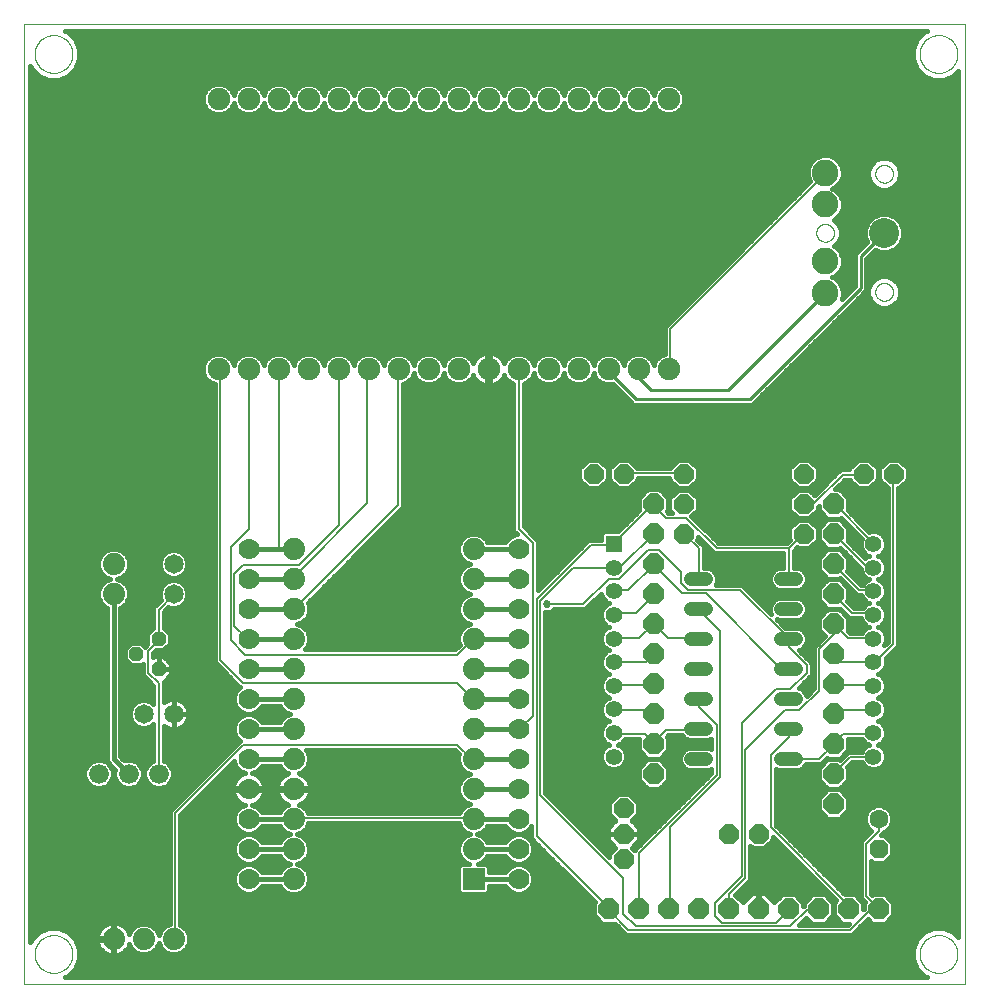
<source format=gtl>
G75*
%MOIN*%
%OFA0B0*%
%FSLAX25Y25*%
%IPPOS*%
%LPD*%
%AMOC8*
5,1,8,0,0,1.08239X$1,22.5*
%
%ADD10C,0.00000*%
%ADD11C,0.07400*%
%ADD12OC8,0.04800*%
%ADD13C,0.06500*%
%ADD14C,0.05600*%
%ADD15R,0.05600X0.05600*%
%ADD16OC8,0.06600*%
%ADD17OC8,0.06300*%
%ADD18C,0.06300*%
%ADD19C,0.04800*%
%ADD20OC8,0.07000*%
%ADD21R,0.07400X0.07400*%
%ADD22C,0.07000*%
%ADD23C,0.07500*%
%ADD24C,0.10000*%
%ADD25C,0.08858*%
%ADD26C,0.06600*%
%ADD27C,0.01600*%
%ADD28C,0.00600*%
%ADD29C,0.02700*%
%ADD30C,0.01000*%
D10*
X0001800Y0001800D02*
X0001800Y0321761D01*
X0315501Y0321761D01*
X0315501Y0001800D01*
X0001800Y0001800D01*
X0005501Y0011800D02*
X0005503Y0011958D01*
X0005509Y0012116D01*
X0005519Y0012274D01*
X0005533Y0012432D01*
X0005551Y0012589D01*
X0005572Y0012746D01*
X0005598Y0012902D01*
X0005628Y0013058D01*
X0005661Y0013213D01*
X0005699Y0013366D01*
X0005740Y0013519D01*
X0005785Y0013671D01*
X0005834Y0013822D01*
X0005887Y0013971D01*
X0005943Y0014119D01*
X0006003Y0014265D01*
X0006067Y0014410D01*
X0006135Y0014553D01*
X0006206Y0014695D01*
X0006280Y0014835D01*
X0006358Y0014972D01*
X0006440Y0015108D01*
X0006524Y0015242D01*
X0006613Y0015373D01*
X0006704Y0015502D01*
X0006799Y0015629D01*
X0006896Y0015754D01*
X0006997Y0015876D01*
X0007101Y0015995D01*
X0007208Y0016112D01*
X0007318Y0016226D01*
X0007431Y0016337D01*
X0007546Y0016446D01*
X0007664Y0016551D01*
X0007785Y0016653D01*
X0007908Y0016753D01*
X0008034Y0016849D01*
X0008162Y0016942D01*
X0008292Y0017032D01*
X0008425Y0017118D01*
X0008560Y0017202D01*
X0008696Y0017281D01*
X0008835Y0017358D01*
X0008976Y0017430D01*
X0009118Y0017500D01*
X0009262Y0017565D01*
X0009408Y0017627D01*
X0009555Y0017685D01*
X0009704Y0017740D01*
X0009854Y0017791D01*
X0010005Y0017838D01*
X0010157Y0017881D01*
X0010310Y0017920D01*
X0010465Y0017956D01*
X0010620Y0017987D01*
X0010776Y0018015D01*
X0010932Y0018039D01*
X0011089Y0018059D01*
X0011247Y0018075D01*
X0011404Y0018087D01*
X0011563Y0018095D01*
X0011721Y0018099D01*
X0011879Y0018099D01*
X0012037Y0018095D01*
X0012196Y0018087D01*
X0012353Y0018075D01*
X0012511Y0018059D01*
X0012668Y0018039D01*
X0012824Y0018015D01*
X0012980Y0017987D01*
X0013135Y0017956D01*
X0013290Y0017920D01*
X0013443Y0017881D01*
X0013595Y0017838D01*
X0013746Y0017791D01*
X0013896Y0017740D01*
X0014045Y0017685D01*
X0014192Y0017627D01*
X0014338Y0017565D01*
X0014482Y0017500D01*
X0014624Y0017430D01*
X0014765Y0017358D01*
X0014904Y0017281D01*
X0015040Y0017202D01*
X0015175Y0017118D01*
X0015308Y0017032D01*
X0015438Y0016942D01*
X0015566Y0016849D01*
X0015692Y0016753D01*
X0015815Y0016653D01*
X0015936Y0016551D01*
X0016054Y0016446D01*
X0016169Y0016337D01*
X0016282Y0016226D01*
X0016392Y0016112D01*
X0016499Y0015995D01*
X0016603Y0015876D01*
X0016704Y0015754D01*
X0016801Y0015629D01*
X0016896Y0015502D01*
X0016987Y0015373D01*
X0017076Y0015242D01*
X0017160Y0015108D01*
X0017242Y0014972D01*
X0017320Y0014835D01*
X0017394Y0014695D01*
X0017465Y0014553D01*
X0017533Y0014410D01*
X0017597Y0014265D01*
X0017657Y0014119D01*
X0017713Y0013971D01*
X0017766Y0013822D01*
X0017815Y0013671D01*
X0017860Y0013519D01*
X0017901Y0013366D01*
X0017939Y0013213D01*
X0017972Y0013058D01*
X0018002Y0012902D01*
X0018028Y0012746D01*
X0018049Y0012589D01*
X0018067Y0012432D01*
X0018081Y0012274D01*
X0018091Y0012116D01*
X0018097Y0011958D01*
X0018099Y0011800D01*
X0018097Y0011642D01*
X0018091Y0011484D01*
X0018081Y0011326D01*
X0018067Y0011168D01*
X0018049Y0011011D01*
X0018028Y0010854D01*
X0018002Y0010698D01*
X0017972Y0010542D01*
X0017939Y0010387D01*
X0017901Y0010234D01*
X0017860Y0010081D01*
X0017815Y0009929D01*
X0017766Y0009778D01*
X0017713Y0009629D01*
X0017657Y0009481D01*
X0017597Y0009335D01*
X0017533Y0009190D01*
X0017465Y0009047D01*
X0017394Y0008905D01*
X0017320Y0008765D01*
X0017242Y0008628D01*
X0017160Y0008492D01*
X0017076Y0008358D01*
X0016987Y0008227D01*
X0016896Y0008098D01*
X0016801Y0007971D01*
X0016704Y0007846D01*
X0016603Y0007724D01*
X0016499Y0007605D01*
X0016392Y0007488D01*
X0016282Y0007374D01*
X0016169Y0007263D01*
X0016054Y0007154D01*
X0015936Y0007049D01*
X0015815Y0006947D01*
X0015692Y0006847D01*
X0015566Y0006751D01*
X0015438Y0006658D01*
X0015308Y0006568D01*
X0015175Y0006482D01*
X0015040Y0006398D01*
X0014904Y0006319D01*
X0014765Y0006242D01*
X0014624Y0006170D01*
X0014482Y0006100D01*
X0014338Y0006035D01*
X0014192Y0005973D01*
X0014045Y0005915D01*
X0013896Y0005860D01*
X0013746Y0005809D01*
X0013595Y0005762D01*
X0013443Y0005719D01*
X0013290Y0005680D01*
X0013135Y0005644D01*
X0012980Y0005613D01*
X0012824Y0005585D01*
X0012668Y0005561D01*
X0012511Y0005541D01*
X0012353Y0005525D01*
X0012196Y0005513D01*
X0012037Y0005505D01*
X0011879Y0005501D01*
X0011721Y0005501D01*
X0011563Y0005505D01*
X0011404Y0005513D01*
X0011247Y0005525D01*
X0011089Y0005541D01*
X0010932Y0005561D01*
X0010776Y0005585D01*
X0010620Y0005613D01*
X0010465Y0005644D01*
X0010310Y0005680D01*
X0010157Y0005719D01*
X0010005Y0005762D01*
X0009854Y0005809D01*
X0009704Y0005860D01*
X0009555Y0005915D01*
X0009408Y0005973D01*
X0009262Y0006035D01*
X0009118Y0006100D01*
X0008976Y0006170D01*
X0008835Y0006242D01*
X0008696Y0006319D01*
X0008560Y0006398D01*
X0008425Y0006482D01*
X0008292Y0006568D01*
X0008162Y0006658D01*
X0008034Y0006751D01*
X0007908Y0006847D01*
X0007785Y0006947D01*
X0007664Y0007049D01*
X0007546Y0007154D01*
X0007431Y0007263D01*
X0007318Y0007374D01*
X0007208Y0007488D01*
X0007101Y0007605D01*
X0006997Y0007724D01*
X0006896Y0007846D01*
X0006799Y0007971D01*
X0006704Y0008098D01*
X0006613Y0008227D01*
X0006524Y0008358D01*
X0006440Y0008492D01*
X0006358Y0008628D01*
X0006280Y0008765D01*
X0006206Y0008905D01*
X0006135Y0009047D01*
X0006067Y0009190D01*
X0006003Y0009335D01*
X0005943Y0009481D01*
X0005887Y0009629D01*
X0005834Y0009778D01*
X0005785Y0009929D01*
X0005740Y0010081D01*
X0005699Y0010234D01*
X0005661Y0010387D01*
X0005628Y0010542D01*
X0005598Y0010698D01*
X0005572Y0010854D01*
X0005551Y0011011D01*
X0005533Y0011168D01*
X0005519Y0011326D01*
X0005509Y0011484D01*
X0005503Y0011642D01*
X0005501Y0011800D01*
X0266032Y0252194D02*
X0266034Y0252302D01*
X0266040Y0252411D01*
X0266050Y0252519D01*
X0266064Y0252626D01*
X0266082Y0252733D01*
X0266103Y0252840D01*
X0266129Y0252945D01*
X0266159Y0253050D01*
X0266192Y0253153D01*
X0266229Y0253255D01*
X0266270Y0253355D01*
X0266314Y0253454D01*
X0266363Y0253552D01*
X0266414Y0253647D01*
X0266469Y0253740D01*
X0266528Y0253832D01*
X0266590Y0253921D01*
X0266655Y0254008D01*
X0266723Y0254092D01*
X0266794Y0254174D01*
X0266868Y0254253D01*
X0266945Y0254329D01*
X0267025Y0254403D01*
X0267108Y0254473D01*
X0267193Y0254541D01*
X0267280Y0254605D01*
X0267370Y0254666D01*
X0267462Y0254724D01*
X0267556Y0254778D01*
X0267652Y0254829D01*
X0267749Y0254876D01*
X0267849Y0254920D01*
X0267950Y0254960D01*
X0268052Y0254996D01*
X0268155Y0255028D01*
X0268260Y0255057D01*
X0268366Y0255081D01*
X0268472Y0255102D01*
X0268579Y0255119D01*
X0268687Y0255132D01*
X0268795Y0255141D01*
X0268904Y0255146D01*
X0269012Y0255147D01*
X0269121Y0255144D01*
X0269229Y0255137D01*
X0269337Y0255126D01*
X0269444Y0255111D01*
X0269551Y0255092D01*
X0269657Y0255069D01*
X0269762Y0255043D01*
X0269867Y0255012D01*
X0269969Y0254978D01*
X0270071Y0254940D01*
X0270171Y0254898D01*
X0270270Y0254853D01*
X0270367Y0254804D01*
X0270461Y0254751D01*
X0270554Y0254695D01*
X0270645Y0254636D01*
X0270734Y0254573D01*
X0270820Y0254508D01*
X0270904Y0254439D01*
X0270985Y0254367D01*
X0271063Y0254292D01*
X0271139Y0254214D01*
X0271212Y0254133D01*
X0271282Y0254050D01*
X0271348Y0253965D01*
X0271412Y0253877D01*
X0271472Y0253786D01*
X0271529Y0253694D01*
X0271582Y0253599D01*
X0271632Y0253503D01*
X0271678Y0253405D01*
X0271721Y0253305D01*
X0271760Y0253204D01*
X0271795Y0253101D01*
X0271827Y0252998D01*
X0271854Y0252893D01*
X0271878Y0252787D01*
X0271898Y0252680D01*
X0271914Y0252573D01*
X0271926Y0252465D01*
X0271934Y0252357D01*
X0271938Y0252248D01*
X0271938Y0252140D01*
X0271934Y0252031D01*
X0271926Y0251923D01*
X0271914Y0251815D01*
X0271898Y0251708D01*
X0271878Y0251601D01*
X0271854Y0251495D01*
X0271827Y0251390D01*
X0271795Y0251287D01*
X0271760Y0251184D01*
X0271721Y0251083D01*
X0271678Y0250983D01*
X0271632Y0250885D01*
X0271582Y0250789D01*
X0271529Y0250694D01*
X0271472Y0250602D01*
X0271412Y0250511D01*
X0271348Y0250423D01*
X0271282Y0250338D01*
X0271212Y0250255D01*
X0271139Y0250174D01*
X0271063Y0250096D01*
X0270985Y0250021D01*
X0270904Y0249949D01*
X0270820Y0249880D01*
X0270734Y0249815D01*
X0270645Y0249752D01*
X0270554Y0249693D01*
X0270462Y0249637D01*
X0270367Y0249584D01*
X0270270Y0249535D01*
X0270171Y0249490D01*
X0270071Y0249448D01*
X0269969Y0249410D01*
X0269867Y0249376D01*
X0269762Y0249345D01*
X0269657Y0249319D01*
X0269551Y0249296D01*
X0269444Y0249277D01*
X0269337Y0249262D01*
X0269229Y0249251D01*
X0269121Y0249244D01*
X0269012Y0249241D01*
X0268904Y0249242D01*
X0268795Y0249247D01*
X0268687Y0249256D01*
X0268579Y0249269D01*
X0268472Y0249286D01*
X0268366Y0249307D01*
X0268260Y0249331D01*
X0268155Y0249360D01*
X0268052Y0249392D01*
X0267950Y0249428D01*
X0267849Y0249468D01*
X0267749Y0249512D01*
X0267652Y0249559D01*
X0267556Y0249610D01*
X0267462Y0249664D01*
X0267370Y0249722D01*
X0267280Y0249783D01*
X0267193Y0249847D01*
X0267108Y0249915D01*
X0267025Y0249985D01*
X0266945Y0250059D01*
X0266868Y0250135D01*
X0266794Y0250214D01*
X0266723Y0250296D01*
X0266655Y0250380D01*
X0266590Y0250467D01*
X0266528Y0250556D01*
X0266469Y0250648D01*
X0266414Y0250741D01*
X0266363Y0250836D01*
X0266314Y0250934D01*
X0266270Y0251033D01*
X0266229Y0251133D01*
X0266192Y0251235D01*
X0266159Y0251338D01*
X0266129Y0251443D01*
X0266103Y0251548D01*
X0266082Y0251655D01*
X0266064Y0251762D01*
X0266050Y0251869D01*
X0266040Y0251977D01*
X0266034Y0252086D01*
X0266032Y0252194D01*
X0285717Y0271879D02*
X0285719Y0271987D01*
X0285725Y0272096D01*
X0285735Y0272204D01*
X0285749Y0272311D01*
X0285767Y0272418D01*
X0285788Y0272525D01*
X0285814Y0272630D01*
X0285844Y0272735D01*
X0285877Y0272838D01*
X0285914Y0272940D01*
X0285955Y0273040D01*
X0285999Y0273139D01*
X0286048Y0273237D01*
X0286099Y0273332D01*
X0286154Y0273425D01*
X0286213Y0273517D01*
X0286275Y0273606D01*
X0286340Y0273693D01*
X0286408Y0273777D01*
X0286479Y0273859D01*
X0286553Y0273938D01*
X0286630Y0274014D01*
X0286710Y0274088D01*
X0286793Y0274158D01*
X0286878Y0274226D01*
X0286965Y0274290D01*
X0287055Y0274351D01*
X0287147Y0274409D01*
X0287241Y0274463D01*
X0287337Y0274514D01*
X0287434Y0274561D01*
X0287534Y0274605D01*
X0287635Y0274645D01*
X0287737Y0274681D01*
X0287840Y0274713D01*
X0287945Y0274742D01*
X0288051Y0274766D01*
X0288157Y0274787D01*
X0288264Y0274804D01*
X0288372Y0274817D01*
X0288480Y0274826D01*
X0288589Y0274831D01*
X0288697Y0274832D01*
X0288806Y0274829D01*
X0288914Y0274822D01*
X0289022Y0274811D01*
X0289129Y0274796D01*
X0289236Y0274777D01*
X0289342Y0274754D01*
X0289447Y0274728D01*
X0289552Y0274697D01*
X0289654Y0274663D01*
X0289756Y0274625D01*
X0289856Y0274583D01*
X0289955Y0274538D01*
X0290052Y0274489D01*
X0290146Y0274436D01*
X0290239Y0274380D01*
X0290330Y0274321D01*
X0290419Y0274258D01*
X0290505Y0274193D01*
X0290589Y0274124D01*
X0290670Y0274052D01*
X0290748Y0273977D01*
X0290824Y0273899D01*
X0290897Y0273818D01*
X0290967Y0273735D01*
X0291033Y0273650D01*
X0291097Y0273562D01*
X0291157Y0273471D01*
X0291214Y0273379D01*
X0291267Y0273284D01*
X0291317Y0273188D01*
X0291363Y0273090D01*
X0291406Y0272990D01*
X0291445Y0272889D01*
X0291480Y0272786D01*
X0291512Y0272683D01*
X0291539Y0272578D01*
X0291563Y0272472D01*
X0291583Y0272365D01*
X0291599Y0272258D01*
X0291611Y0272150D01*
X0291619Y0272042D01*
X0291623Y0271933D01*
X0291623Y0271825D01*
X0291619Y0271716D01*
X0291611Y0271608D01*
X0291599Y0271500D01*
X0291583Y0271393D01*
X0291563Y0271286D01*
X0291539Y0271180D01*
X0291512Y0271075D01*
X0291480Y0270972D01*
X0291445Y0270869D01*
X0291406Y0270768D01*
X0291363Y0270668D01*
X0291317Y0270570D01*
X0291267Y0270474D01*
X0291214Y0270379D01*
X0291157Y0270287D01*
X0291097Y0270196D01*
X0291033Y0270108D01*
X0290967Y0270023D01*
X0290897Y0269940D01*
X0290824Y0269859D01*
X0290748Y0269781D01*
X0290670Y0269706D01*
X0290589Y0269634D01*
X0290505Y0269565D01*
X0290419Y0269500D01*
X0290330Y0269437D01*
X0290239Y0269378D01*
X0290147Y0269322D01*
X0290052Y0269269D01*
X0289955Y0269220D01*
X0289856Y0269175D01*
X0289756Y0269133D01*
X0289654Y0269095D01*
X0289552Y0269061D01*
X0289447Y0269030D01*
X0289342Y0269004D01*
X0289236Y0268981D01*
X0289129Y0268962D01*
X0289022Y0268947D01*
X0288914Y0268936D01*
X0288806Y0268929D01*
X0288697Y0268926D01*
X0288589Y0268927D01*
X0288480Y0268932D01*
X0288372Y0268941D01*
X0288264Y0268954D01*
X0288157Y0268971D01*
X0288051Y0268992D01*
X0287945Y0269016D01*
X0287840Y0269045D01*
X0287737Y0269077D01*
X0287635Y0269113D01*
X0287534Y0269153D01*
X0287434Y0269197D01*
X0287337Y0269244D01*
X0287241Y0269295D01*
X0287147Y0269349D01*
X0287055Y0269407D01*
X0286965Y0269468D01*
X0286878Y0269532D01*
X0286793Y0269600D01*
X0286710Y0269670D01*
X0286630Y0269744D01*
X0286553Y0269820D01*
X0286479Y0269899D01*
X0286408Y0269981D01*
X0286340Y0270065D01*
X0286275Y0270152D01*
X0286213Y0270241D01*
X0286154Y0270333D01*
X0286099Y0270426D01*
X0286048Y0270521D01*
X0285999Y0270619D01*
X0285955Y0270718D01*
X0285914Y0270818D01*
X0285877Y0270920D01*
X0285844Y0271023D01*
X0285814Y0271128D01*
X0285788Y0271233D01*
X0285767Y0271340D01*
X0285749Y0271447D01*
X0285735Y0271554D01*
X0285725Y0271662D01*
X0285719Y0271771D01*
X0285717Y0271879D01*
X0285717Y0232509D02*
X0285719Y0232617D01*
X0285725Y0232726D01*
X0285735Y0232834D01*
X0285749Y0232941D01*
X0285767Y0233048D01*
X0285788Y0233155D01*
X0285814Y0233260D01*
X0285844Y0233365D01*
X0285877Y0233468D01*
X0285914Y0233570D01*
X0285955Y0233670D01*
X0285999Y0233769D01*
X0286048Y0233867D01*
X0286099Y0233962D01*
X0286154Y0234055D01*
X0286213Y0234147D01*
X0286275Y0234236D01*
X0286340Y0234323D01*
X0286408Y0234407D01*
X0286479Y0234489D01*
X0286553Y0234568D01*
X0286630Y0234644D01*
X0286710Y0234718D01*
X0286793Y0234788D01*
X0286878Y0234856D01*
X0286965Y0234920D01*
X0287055Y0234981D01*
X0287147Y0235039D01*
X0287241Y0235093D01*
X0287337Y0235144D01*
X0287434Y0235191D01*
X0287534Y0235235D01*
X0287635Y0235275D01*
X0287737Y0235311D01*
X0287840Y0235343D01*
X0287945Y0235372D01*
X0288051Y0235396D01*
X0288157Y0235417D01*
X0288264Y0235434D01*
X0288372Y0235447D01*
X0288480Y0235456D01*
X0288589Y0235461D01*
X0288697Y0235462D01*
X0288806Y0235459D01*
X0288914Y0235452D01*
X0289022Y0235441D01*
X0289129Y0235426D01*
X0289236Y0235407D01*
X0289342Y0235384D01*
X0289447Y0235358D01*
X0289552Y0235327D01*
X0289654Y0235293D01*
X0289756Y0235255D01*
X0289856Y0235213D01*
X0289955Y0235168D01*
X0290052Y0235119D01*
X0290146Y0235066D01*
X0290239Y0235010D01*
X0290330Y0234951D01*
X0290419Y0234888D01*
X0290505Y0234823D01*
X0290589Y0234754D01*
X0290670Y0234682D01*
X0290748Y0234607D01*
X0290824Y0234529D01*
X0290897Y0234448D01*
X0290967Y0234365D01*
X0291033Y0234280D01*
X0291097Y0234192D01*
X0291157Y0234101D01*
X0291214Y0234009D01*
X0291267Y0233914D01*
X0291317Y0233818D01*
X0291363Y0233720D01*
X0291406Y0233620D01*
X0291445Y0233519D01*
X0291480Y0233416D01*
X0291512Y0233313D01*
X0291539Y0233208D01*
X0291563Y0233102D01*
X0291583Y0232995D01*
X0291599Y0232888D01*
X0291611Y0232780D01*
X0291619Y0232672D01*
X0291623Y0232563D01*
X0291623Y0232455D01*
X0291619Y0232346D01*
X0291611Y0232238D01*
X0291599Y0232130D01*
X0291583Y0232023D01*
X0291563Y0231916D01*
X0291539Y0231810D01*
X0291512Y0231705D01*
X0291480Y0231602D01*
X0291445Y0231499D01*
X0291406Y0231398D01*
X0291363Y0231298D01*
X0291317Y0231200D01*
X0291267Y0231104D01*
X0291214Y0231009D01*
X0291157Y0230917D01*
X0291097Y0230826D01*
X0291033Y0230738D01*
X0290967Y0230653D01*
X0290897Y0230570D01*
X0290824Y0230489D01*
X0290748Y0230411D01*
X0290670Y0230336D01*
X0290589Y0230264D01*
X0290505Y0230195D01*
X0290419Y0230130D01*
X0290330Y0230067D01*
X0290239Y0230008D01*
X0290147Y0229952D01*
X0290052Y0229899D01*
X0289955Y0229850D01*
X0289856Y0229805D01*
X0289756Y0229763D01*
X0289654Y0229725D01*
X0289552Y0229691D01*
X0289447Y0229660D01*
X0289342Y0229634D01*
X0289236Y0229611D01*
X0289129Y0229592D01*
X0289022Y0229577D01*
X0288914Y0229566D01*
X0288806Y0229559D01*
X0288697Y0229556D01*
X0288589Y0229557D01*
X0288480Y0229562D01*
X0288372Y0229571D01*
X0288264Y0229584D01*
X0288157Y0229601D01*
X0288051Y0229622D01*
X0287945Y0229646D01*
X0287840Y0229675D01*
X0287737Y0229707D01*
X0287635Y0229743D01*
X0287534Y0229783D01*
X0287434Y0229827D01*
X0287337Y0229874D01*
X0287241Y0229925D01*
X0287147Y0229979D01*
X0287055Y0230037D01*
X0286965Y0230098D01*
X0286878Y0230162D01*
X0286793Y0230230D01*
X0286710Y0230300D01*
X0286630Y0230374D01*
X0286553Y0230450D01*
X0286479Y0230529D01*
X0286408Y0230611D01*
X0286340Y0230695D01*
X0286275Y0230782D01*
X0286213Y0230871D01*
X0286154Y0230963D01*
X0286099Y0231056D01*
X0286048Y0231151D01*
X0285999Y0231249D01*
X0285955Y0231348D01*
X0285914Y0231448D01*
X0285877Y0231550D01*
X0285844Y0231653D01*
X0285814Y0231758D01*
X0285788Y0231863D01*
X0285767Y0231970D01*
X0285749Y0232077D01*
X0285735Y0232184D01*
X0285725Y0232292D01*
X0285719Y0232401D01*
X0285717Y0232509D01*
X0300501Y0311800D02*
X0300503Y0311958D01*
X0300509Y0312116D01*
X0300519Y0312274D01*
X0300533Y0312432D01*
X0300551Y0312589D01*
X0300572Y0312746D01*
X0300598Y0312902D01*
X0300628Y0313058D01*
X0300661Y0313213D01*
X0300699Y0313366D01*
X0300740Y0313519D01*
X0300785Y0313671D01*
X0300834Y0313822D01*
X0300887Y0313971D01*
X0300943Y0314119D01*
X0301003Y0314265D01*
X0301067Y0314410D01*
X0301135Y0314553D01*
X0301206Y0314695D01*
X0301280Y0314835D01*
X0301358Y0314972D01*
X0301440Y0315108D01*
X0301524Y0315242D01*
X0301613Y0315373D01*
X0301704Y0315502D01*
X0301799Y0315629D01*
X0301896Y0315754D01*
X0301997Y0315876D01*
X0302101Y0315995D01*
X0302208Y0316112D01*
X0302318Y0316226D01*
X0302431Y0316337D01*
X0302546Y0316446D01*
X0302664Y0316551D01*
X0302785Y0316653D01*
X0302908Y0316753D01*
X0303034Y0316849D01*
X0303162Y0316942D01*
X0303292Y0317032D01*
X0303425Y0317118D01*
X0303560Y0317202D01*
X0303696Y0317281D01*
X0303835Y0317358D01*
X0303976Y0317430D01*
X0304118Y0317500D01*
X0304262Y0317565D01*
X0304408Y0317627D01*
X0304555Y0317685D01*
X0304704Y0317740D01*
X0304854Y0317791D01*
X0305005Y0317838D01*
X0305157Y0317881D01*
X0305310Y0317920D01*
X0305465Y0317956D01*
X0305620Y0317987D01*
X0305776Y0318015D01*
X0305932Y0318039D01*
X0306089Y0318059D01*
X0306247Y0318075D01*
X0306404Y0318087D01*
X0306563Y0318095D01*
X0306721Y0318099D01*
X0306879Y0318099D01*
X0307037Y0318095D01*
X0307196Y0318087D01*
X0307353Y0318075D01*
X0307511Y0318059D01*
X0307668Y0318039D01*
X0307824Y0318015D01*
X0307980Y0317987D01*
X0308135Y0317956D01*
X0308290Y0317920D01*
X0308443Y0317881D01*
X0308595Y0317838D01*
X0308746Y0317791D01*
X0308896Y0317740D01*
X0309045Y0317685D01*
X0309192Y0317627D01*
X0309338Y0317565D01*
X0309482Y0317500D01*
X0309624Y0317430D01*
X0309765Y0317358D01*
X0309904Y0317281D01*
X0310040Y0317202D01*
X0310175Y0317118D01*
X0310308Y0317032D01*
X0310438Y0316942D01*
X0310566Y0316849D01*
X0310692Y0316753D01*
X0310815Y0316653D01*
X0310936Y0316551D01*
X0311054Y0316446D01*
X0311169Y0316337D01*
X0311282Y0316226D01*
X0311392Y0316112D01*
X0311499Y0315995D01*
X0311603Y0315876D01*
X0311704Y0315754D01*
X0311801Y0315629D01*
X0311896Y0315502D01*
X0311987Y0315373D01*
X0312076Y0315242D01*
X0312160Y0315108D01*
X0312242Y0314972D01*
X0312320Y0314835D01*
X0312394Y0314695D01*
X0312465Y0314553D01*
X0312533Y0314410D01*
X0312597Y0314265D01*
X0312657Y0314119D01*
X0312713Y0313971D01*
X0312766Y0313822D01*
X0312815Y0313671D01*
X0312860Y0313519D01*
X0312901Y0313366D01*
X0312939Y0313213D01*
X0312972Y0313058D01*
X0313002Y0312902D01*
X0313028Y0312746D01*
X0313049Y0312589D01*
X0313067Y0312432D01*
X0313081Y0312274D01*
X0313091Y0312116D01*
X0313097Y0311958D01*
X0313099Y0311800D01*
X0313097Y0311642D01*
X0313091Y0311484D01*
X0313081Y0311326D01*
X0313067Y0311168D01*
X0313049Y0311011D01*
X0313028Y0310854D01*
X0313002Y0310698D01*
X0312972Y0310542D01*
X0312939Y0310387D01*
X0312901Y0310234D01*
X0312860Y0310081D01*
X0312815Y0309929D01*
X0312766Y0309778D01*
X0312713Y0309629D01*
X0312657Y0309481D01*
X0312597Y0309335D01*
X0312533Y0309190D01*
X0312465Y0309047D01*
X0312394Y0308905D01*
X0312320Y0308765D01*
X0312242Y0308628D01*
X0312160Y0308492D01*
X0312076Y0308358D01*
X0311987Y0308227D01*
X0311896Y0308098D01*
X0311801Y0307971D01*
X0311704Y0307846D01*
X0311603Y0307724D01*
X0311499Y0307605D01*
X0311392Y0307488D01*
X0311282Y0307374D01*
X0311169Y0307263D01*
X0311054Y0307154D01*
X0310936Y0307049D01*
X0310815Y0306947D01*
X0310692Y0306847D01*
X0310566Y0306751D01*
X0310438Y0306658D01*
X0310308Y0306568D01*
X0310175Y0306482D01*
X0310040Y0306398D01*
X0309904Y0306319D01*
X0309765Y0306242D01*
X0309624Y0306170D01*
X0309482Y0306100D01*
X0309338Y0306035D01*
X0309192Y0305973D01*
X0309045Y0305915D01*
X0308896Y0305860D01*
X0308746Y0305809D01*
X0308595Y0305762D01*
X0308443Y0305719D01*
X0308290Y0305680D01*
X0308135Y0305644D01*
X0307980Y0305613D01*
X0307824Y0305585D01*
X0307668Y0305561D01*
X0307511Y0305541D01*
X0307353Y0305525D01*
X0307196Y0305513D01*
X0307037Y0305505D01*
X0306879Y0305501D01*
X0306721Y0305501D01*
X0306563Y0305505D01*
X0306404Y0305513D01*
X0306247Y0305525D01*
X0306089Y0305541D01*
X0305932Y0305561D01*
X0305776Y0305585D01*
X0305620Y0305613D01*
X0305465Y0305644D01*
X0305310Y0305680D01*
X0305157Y0305719D01*
X0305005Y0305762D01*
X0304854Y0305809D01*
X0304704Y0305860D01*
X0304555Y0305915D01*
X0304408Y0305973D01*
X0304262Y0306035D01*
X0304118Y0306100D01*
X0303976Y0306170D01*
X0303835Y0306242D01*
X0303696Y0306319D01*
X0303560Y0306398D01*
X0303425Y0306482D01*
X0303292Y0306568D01*
X0303162Y0306658D01*
X0303034Y0306751D01*
X0302908Y0306847D01*
X0302785Y0306947D01*
X0302664Y0307049D01*
X0302546Y0307154D01*
X0302431Y0307263D01*
X0302318Y0307374D01*
X0302208Y0307488D01*
X0302101Y0307605D01*
X0301997Y0307724D01*
X0301896Y0307846D01*
X0301799Y0307971D01*
X0301704Y0308098D01*
X0301613Y0308227D01*
X0301524Y0308358D01*
X0301440Y0308492D01*
X0301358Y0308628D01*
X0301280Y0308765D01*
X0301206Y0308905D01*
X0301135Y0309047D01*
X0301067Y0309190D01*
X0301003Y0309335D01*
X0300943Y0309481D01*
X0300887Y0309629D01*
X0300834Y0309778D01*
X0300785Y0309929D01*
X0300740Y0310081D01*
X0300699Y0310234D01*
X0300661Y0310387D01*
X0300628Y0310542D01*
X0300598Y0310698D01*
X0300572Y0310854D01*
X0300551Y0311011D01*
X0300533Y0311168D01*
X0300519Y0311326D01*
X0300509Y0311484D01*
X0300503Y0311642D01*
X0300501Y0311800D01*
X0005501Y0311800D02*
X0005503Y0311958D01*
X0005509Y0312116D01*
X0005519Y0312274D01*
X0005533Y0312432D01*
X0005551Y0312589D01*
X0005572Y0312746D01*
X0005598Y0312902D01*
X0005628Y0313058D01*
X0005661Y0313213D01*
X0005699Y0313366D01*
X0005740Y0313519D01*
X0005785Y0313671D01*
X0005834Y0313822D01*
X0005887Y0313971D01*
X0005943Y0314119D01*
X0006003Y0314265D01*
X0006067Y0314410D01*
X0006135Y0314553D01*
X0006206Y0314695D01*
X0006280Y0314835D01*
X0006358Y0314972D01*
X0006440Y0315108D01*
X0006524Y0315242D01*
X0006613Y0315373D01*
X0006704Y0315502D01*
X0006799Y0315629D01*
X0006896Y0315754D01*
X0006997Y0315876D01*
X0007101Y0315995D01*
X0007208Y0316112D01*
X0007318Y0316226D01*
X0007431Y0316337D01*
X0007546Y0316446D01*
X0007664Y0316551D01*
X0007785Y0316653D01*
X0007908Y0316753D01*
X0008034Y0316849D01*
X0008162Y0316942D01*
X0008292Y0317032D01*
X0008425Y0317118D01*
X0008560Y0317202D01*
X0008696Y0317281D01*
X0008835Y0317358D01*
X0008976Y0317430D01*
X0009118Y0317500D01*
X0009262Y0317565D01*
X0009408Y0317627D01*
X0009555Y0317685D01*
X0009704Y0317740D01*
X0009854Y0317791D01*
X0010005Y0317838D01*
X0010157Y0317881D01*
X0010310Y0317920D01*
X0010465Y0317956D01*
X0010620Y0317987D01*
X0010776Y0318015D01*
X0010932Y0318039D01*
X0011089Y0318059D01*
X0011247Y0318075D01*
X0011404Y0318087D01*
X0011563Y0318095D01*
X0011721Y0318099D01*
X0011879Y0318099D01*
X0012037Y0318095D01*
X0012196Y0318087D01*
X0012353Y0318075D01*
X0012511Y0318059D01*
X0012668Y0318039D01*
X0012824Y0318015D01*
X0012980Y0317987D01*
X0013135Y0317956D01*
X0013290Y0317920D01*
X0013443Y0317881D01*
X0013595Y0317838D01*
X0013746Y0317791D01*
X0013896Y0317740D01*
X0014045Y0317685D01*
X0014192Y0317627D01*
X0014338Y0317565D01*
X0014482Y0317500D01*
X0014624Y0317430D01*
X0014765Y0317358D01*
X0014904Y0317281D01*
X0015040Y0317202D01*
X0015175Y0317118D01*
X0015308Y0317032D01*
X0015438Y0316942D01*
X0015566Y0316849D01*
X0015692Y0316753D01*
X0015815Y0316653D01*
X0015936Y0316551D01*
X0016054Y0316446D01*
X0016169Y0316337D01*
X0016282Y0316226D01*
X0016392Y0316112D01*
X0016499Y0315995D01*
X0016603Y0315876D01*
X0016704Y0315754D01*
X0016801Y0315629D01*
X0016896Y0315502D01*
X0016987Y0315373D01*
X0017076Y0315242D01*
X0017160Y0315108D01*
X0017242Y0314972D01*
X0017320Y0314835D01*
X0017394Y0314695D01*
X0017465Y0314553D01*
X0017533Y0314410D01*
X0017597Y0314265D01*
X0017657Y0314119D01*
X0017713Y0313971D01*
X0017766Y0313822D01*
X0017815Y0313671D01*
X0017860Y0313519D01*
X0017901Y0313366D01*
X0017939Y0313213D01*
X0017972Y0313058D01*
X0018002Y0312902D01*
X0018028Y0312746D01*
X0018049Y0312589D01*
X0018067Y0312432D01*
X0018081Y0312274D01*
X0018091Y0312116D01*
X0018097Y0311958D01*
X0018099Y0311800D01*
X0018097Y0311642D01*
X0018091Y0311484D01*
X0018081Y0311326D01*
X0018067Y0311168D01*
X0018049Y0311011D01*
X0018028Y0310854D01*
X0018002Y0310698D01*
X0017972Y0310542D01*
X0017939Y0310387D01*
X0017901Y0310234D01*
X0017860Y0310081D01*
X0017815Y0309929D01*
X0017766Y0309778D01*
X0017713Y0309629D01*
X0017657Y0309481D01*
X0017597Y0309335D01*
X0017533Y0309190D01*
X0017465Y0309047D01*
X0017394Y0308905D01*
X0017320Y0308765D01*
X0017242Y0308628D01*
X0017160Y0308492D01*
X0017076Y0308358D01*
X0016987Y0308227D01*
X0016896Y0308098D01*
X0016801Y0307971D01*
X0016704Y0307846D01*
X0016603Y0307724D01*
X0016499Y0307605D01*
X0016392Y0307488D01*
X0016282Y0307374D01*
X0016169Y0307263D01*
X0016054Y0307154D01*
X0015936Y0307049D01*
X0015815Y0306947D01*
X0015692Y0306847D01*
X0015566Y0306751D01*
X0015438Y0306658D01*
X0015308Y0306568D01*
X0015175Y0306482D01*
X0015040Y0306398D01*
X0014904Y0306319D01*
X0014765Y0306242D01*
X0014624Y0306170D01*
X0014482Y0306100D01*
X0014338Y0306035D01*
X0014192Y0305973D01*
X0014045Y0305915D01*
X0013896Y0305860D01*
X0013746Y0305809D01*
X0013595Y0305762D01*
X0013443Y0305719D01*
X0013290Y0305680D01*
X0013135Y0305644D01*
X0012980Y0305613D01*
X0012824Y0305585D01*
X0012668Y0305561D01*
X0012511Y0305541D01*
X0012353Y0305525D01*
X0012196Y0305513D01*
X0012037Y0305505D01*
X0011879Y0305501D01*
X0011721Y0305501D01*
X0011563Y0305505D01*
X0011404Y0305513D01*
X0011247Y0305525D01*
X0011089Y0305541D01*
X0010932Y0305561D01*
X0010776Y0305585D01*
X0010620Y0305613D01*
X0010465Y0305644D01*
X0010310Y0305680D01*
X0010157Y0305719D01*
X0010005Y0305762D01*
X0009854Y0305809D01*
X0009704Y0305860D01*
X0009555Y0305915D01*
X0009408Y0305973D01*
X0009262Y0306035D01*
X0009118Y0306100D01*
X0008976Y0306170D01*
X0008835Y0306242D01*
X0008696Y0306319D01*
X0008560Y0306398D01*
X0008425Y0306482D01*
X0008292Y0306568D01*
X0008162Y0306658D01*
X0008034Y0306751D01*
X0007908Y0306847D01*
X0007785Y0306947D01*
X0007664Y0307049D01*
X0007546Y0307154D01*
X0007431Y0307263D01*
X0007318Y0307374D01*
X0007208Y0307488D01*
X0007101Y0307605D01*
X0006997Y0307724D01*
X0006896Y0307846D01*
X0006799Y0307971D01*
X0006704Y0308098D01*
X0006613Y0308227D01*
X0006524Y0308358D01*
X0006440Y0308492D01*
X0006358Y0308628D01*
X0006280Y0308765D01*
X0006206Y0308905D01*
X0006135Y0309047D01*
X0006067Y0309190D01*
X0006003Y0309335D01*
X0005943Y0309481D01*
X0005887Y0309629D01*
X0005834Y0309778D01*
X0005785Y0309929D01*
X0005740Y0310081D01*
X0005699Y0310234D01*
X0005661Y0310387D01*
X0005628Y0310542D01*
X0005598Y0310698D01*
X0005572Y0310854D01*
X0005551Y0311011D01*
X0005533Y0311168D01*
X0005519Y0311326D01*
X0005509Y0311484D01*
X0005503Y0311642D01*
X0005501Y0311800D01*
X0300501Y0011800D02*
X0300503Y0011958D01*
X0300509Y0012116D01*
X0300519Y0012274D01*
X0300533Y0012432D01*
X0300551Y0012589D01*
X0300572Y0012746D01*
X0300598Y0012902D01*
X0300628Y0013058D01*
X0300661Y0013213D01*
X0300699Y0013366D01*
X0300740Y0013519D01*
X0300785Y0013671D01*
X0300834Y0013822D01*
X0300887Y0013971D01*
X0300943Y0014119D01*
X0301003Y0014265D01*
X0301067Y0014410D01*
X0301135Y0014553D01*
X0301206Y0014695D01*
X0301280Y0014835D01*
X0301358Y0014972D01*
X0301440Y0015108D01*
X0301524Y0015242D01*
X0301613Y0015373D01*
X0301704Y0015502D01*
X0301799Y0015629D01*
X0301896Y0015754D01*
X0301997Y0015876D01*
X0302101Y0015995D01*
X0302208Y0016112D01*
X0302318Y0016226D01*
X0302431Y0016337D01*
X0302546Y0016446D01*
X0302664Y0016551D01*
X0302785Y0016653D01*
X0302908Y0016753D01*
X0303034Y0016849D01*
X0303162Y0016942D01*
X0303292Y0017032D01*
X0303425Y0017118D01*
X0303560Y0017202D01*
X0303696Y0017281D01*
X0303835Y0017358D01*
X0303976Y0017430D01*
X0304118Y0017500D01*
X0304262Y0017565D01*
X0304408Y0017627D01*
X0304555Y0017685D01*
X0304704Y0017740D01*
X0304854Y0017791D01*
X0305005Y0017838D01*
X0305157Y0017881D01*
X0305310Y0017920D01*
X0305465Y0017956D01*
X0305620Y0017987D01*
X0305776Y0018015D01*
X0305932Y0018039D01*
X0306089Y0018059D01*
X0306247Y0018075D01*
X0306404Y0018087D01*
X0306563Y0018095D01*
X0306721Y0018099D01*
X0306879Y0018099D01*
X0307037Y0018095D01*
X0307196Y0018087D01*
X0307353Y0018075D01*
X0307511Y0018059D01*
X0307668Y0018039D01*
X0307824Y0018015D01*
X0307980Y0017987D01*
X0308135Y0017956D01*
X0308290Y0017920D01*
X0308443Y0017881D01*
X0308595Y0017838D01*
X0308746Y0017791D01*
X0308896Y0017740D01*
X0309045Y0017685D01*
X0309192Y0017627D01*
X0309338Y0017565D01*
X0309482Y0017500D01*
X0309624Y0017430D01*
X0309765Y0017358D01*
X0309904Y0017281D01*
X0310040Y0017202D01*
X0310175Y0017118D01*
X0310308Y0017032D01*
X0310438Y0016942D01*
X0310566Y0016849D01*
X0310692Y0016753D01*
X0310815Y0016653D01*
X0310936Y0016551D01*
X0311054Y0016446D01*
X0311169Y0016337D01*
X0311282Y0016226D01*
X0311392Y0016112D01*
X0311499Y0015995D01*
X0311603Y0015876D01*
X0311704Y0015754D01*
X0311801Y0015629D01*
X0311896Y0015502D01*
X0311987Y0015373D01*
X0312076Y0015242D01*
X0312160Y0015108D01*
X0312242Y0014972D01*
X0312320Y0014835D01*
X0312394Y0014695D01*
X0312465Y0014553D01*
X0312533Y0014410D01*
X0312597Y0014265D01*
X0312657Y0014119D01*
X0312713Y0013971D01*
X0312766Y0013822D01*
X0312815Y0013671D01*
X0312860Y0013519D01*
X0312901Y0013366D01*
X0312939Y0013213D01*
X0312972Y0013058D01*
X0313002Y0012902D01*
X0313028Y0012746D01*
X0313049Y0012589D01*
X0313067Y0012432D01*
X0313081Y0012274D01*
X0313091Y0012116D01*
X0313097Y0011958D01*
X0313099Y0011800D01*
X0313097Y0011642D01*
X0313091Y0011484D01*
X0313081Y0011326D01*
X0313067Y0011168D01*
X0313049Y0011011D01*
X0313028Y0010854D01*
X0313002Y0010698D01*
X0312972Y0010542D01*
X0312939Y0010387D01*
X0312901Y0010234D01*
X0312860Y0010081D01*
X0312815Y0009929D01*
X0312766Y0009778D01*
X0312713Y0009629D01*
X0312657Y0009481D01*
X0312597Y0009335D01*
X0312533Y0009190D01*
X0312465Y0009047D01*
X0312394Y0008905D01*
X0312320Y0008765D01*
X0312242Y0008628D01*
X0312160Y0008492D01*
X0312076Y0008358D01*
X0311987Y0008227D01*
X0311896Y0008098D01*
X0311801Y0007971D01*
X0311704Y0007846D01*
X0311603Y0007724D01*
X0311499Y0007605D01*
X0311392Y0007488D01*
X0311282Y0007374D01*
X0311169Y0007263D01*
X0311054Y0007154D01*
X0310936Y0007049D01*
X0310815Y0006947D01*
X0310692Y0006847D01*
X0310566Y0006751D01*
X0310438Y0006658D01*
X0310308Y0006568D01*
X0310175Y0006482D01*
X0310040Y0006398D01*
X0309904Y0006319D01*
X0309765Y0006242D01*
X0309624Y0006170D01*
X0309482Y0006100D01*
X0309338Y0006035D01*
X0309192Y0005973D01*
X0309045Y0005915D01*
X0308896Y0005860D01*
X0308746Y0005809D01*
X0308595Y0005762D01*
X0308443Y0005719D01*
X0308290Y0005680D01*
X0308135Y0005644D01*
X0307980Y0005613D01*
X0307824Y0005585D01*
X0307668Y0005561D01*
X0307511Y0005541D01*
X0307353Y0005525D01*
X0307196Y0005513D01*
X0307037Y0005505D01*
X0306879Y0005501D01*
X0306721Y0005501D01*
X0306563Y0005505D01*
X0306404Y0005513D01*
X0306247Y0005525D01*
X0306089Y0005541D01*
X0305932Y0005561D01*
X0305776Y0005585D01*
X0305620Y0005613D01*
X0305465Y0005644D01*
X0305310Y0005680D01*
X0305157Y0005719D01*
X0305005Y0005762D01*
X0304854Y0005809D01*
X0304704Y0005860D01*
X0304555Y0005915D01*
X0304408Y0005973D01*
X0304262Y0006035D01*
X0304118Y0006100D01*
X0303976Y0006170D01*
X0303835Y0006242D01*
X0303696Y0006319D01*
X0303560Y0006398D01*
X0303425Y0006482D01*
X0303292Y0006568D01*
X0303162Y0006658D01*
X0303034Y0006751D01*
X0302908Y0006847D01*
X0302785Y0006947D01*
X0302664Y0007049D01*
X0302546Y0007154D01*
X0302431Y0007263D01*
X0302318Y0007374D01*
X0302208Y0007488D01*
X0302101Y0007605D01*
X0301997Y0007724D01*
X0301896Y0007846D01*
X0301799Y0007971D01*
X0301704Y0008098D01*
X0301613Y0008227D01*
X0301524Y0008358D01*
X0301440Y0008492D01*
X0301358Y0008628D01*
X0301280Y0008765D01*
X0301206Y0008905D01*
X0301135Y0009047D01*
X0301067Y0009190D01*
X0301003Y0009335D01*
X0300943Y0009481D01*
X0300887Y0009629D01*
X0300834Y0009778D01*
X0300785Y0009929D01*
X0300740Y0010081D01*
X0300699Y0010234D01*
X0300661Y0010387D01*
X0300628Y0010542D01*
X0300598Y0010698D01*
X0300572Y0010854D01*
X0300551Y0011011D01*
X0300533Y0011168D01*
X0300519Y0011326D01*
X0300509Y0011484D01*
X0300503Y0011642D01*
X0300501Y0011800D01*
D11*
X0151800Y0046800D03*
X0151800Y0056800D03*
X0151800Y0066800D03*
X0151800Y0076800D03*
X0151800Y0086800D03*
X0151800Y0096800D03*
X0151800Y0106800D03*
X0151800Y0116800D03*
X0151800Y0126800D03*
X0151800Y0136800D03*
X0151800Y0146800D03*
X0091800Y0146800D03*
X0091800Y0136800D03*
X0091800Y0126800D03*
X0091800Y0116800D03*
X0091800Y0106800D03*
X0091800Y0096800D03*
X0091800Y0086800D03*
X0091800Y0076800D03*
X0091800Y0066800D03*
X0091800Y0056800D03*
X0091800Y0046800D03*
X0091800Y0036800D03*
X0051800Y0016800D03*
X0041800Y0016800D03*
X0031800Y0016800D03*
X0031800Y0131800D03*
X0031800Y0141800D03*
D12*
X0046800Y0116800D03*
X0039300Y0111800D03*
X0046800Y0106800D03*
D13*
X0041800Y0091800D03*
X0051800Y0091800D03*
X0051800Y0131800D03*
X0051800Y0141800D03*
D14*
X0198493Y0140580D03*
X0198493Y0132706D03*
X0198493Y0124831D03*
X0198493Y0116957D03*
X0198493Y0109083D03*
X0198493Y0101209D03*
X0198493Y0093335D03*
X0198493Y0085461D03*
X0198493Y0077587D03*
X0285107Y0077587D03*
X0285107Y0085461D03*
X0285107Y0093335D03*
X0285107Y0101209D03*
X0285107Y0109083D03*
X0285107Y0116957D03*
X0285107Y0124831D03*
X0285107Y0132706D03*
X0285107Y0140580D03*
X0285107Y0148454D03*
D15*
X0198493Y0148454D03*
D16*
X0221800Y0151800D03*
X0221800Y0161800D03*
X0221800Y0171800D03*
X0201800Y0171800D03*
X0191800Y0171800D03*
X0261800Y0171800D03*
X0261800Y0161800D03*
X0261800Y0151800D03*
X0281800Y0171800D03*
X0291800Y0171800D03*
X0201800Y0060300D03*
X0201800Y0051800D03*
X0201800Y0043300D03*
X0236800Y0051800D03*
X0246800Y0051800D03*
D17*
X0286800Y0046800D03*
D18*
X0286800Y0056800D03*
D19*
X0259200Y0076800D02*
X0254400Y0076800D01*
X0254400Y0086800D02*
X0259200Y0086800D01*
X0259200Y0096800D02*
X0254400Y0096800D01*
X0254400Y0106800D02*
X0259200Y0106800D01*
X0259200Y0116800D02*
X0254400Y0116800D01*
X0254400Y0126800D02*
X0259200Y0126800D01*
X0259200Y0136800D02*
X0254400Y0136800D01*
X0229200Y0136800D02*
X0224400Y0136800D01*
X0224400Y0126800D02*
X0229200Y0126800D01*
X0229200Y0116800D02*
X0224400Y0116800D01*
X0224400Y0106800D02*
X0229200Y0106800D01*
X0229200Y0096800D02*
X0224400Y0096800D01*
X0224400Y0086800D02*
X0229200Y0086800D01*
X0229200Y0076800D02*
X0224400Y0076800D01*
D20*
X0211800Y0071800D03*
X0211800Y0081800D03*
X0211800Y0091800D03*
X0211800Y0101800D03*
X0211800Y0111800D03*
X0211800Y0121800D03*
X0211800Y0131800D03*
X0211800Y0141800D03*
X0211800Y0151800D03*
X0211800Y0161800D03*
X0271800Y0161800D03*
X0271800Y0151800D03*
X0271800Y0141800D03*
X0271800Y0131800D03*
X0271800Y0121800D03*
X0271800Y0111800D03*
X0271800Y0101800D03*
X0271800Y0091800D03*
X0271800Y0081800D03*
X0271800Y0071800D03*
X0271800Y0061800D03*
X0266800Y0026800D03*
X0276800Y0026800D03*
X0286800Y0026800D03*
X0256800Y0026800D03*
X0246800Y0026800D03*
X0236800Y0026800D03*
X0226800Y0026800D03*
X0216800Y0026800D03*
X0206800Y0026800D03*
X0196800Y0026800D03*
D21*
X0151800Y0036800D03*
D22*
X0166800Y0036800D03*
X0166800Y0046800D03*
X0166800Y0056800D03*
X0166800Y0066800D03*
X0166800Y0076800D03*
X0166800Y0086800D03*
X0166800Y0096800D03*
X0166800Y0106800D03*
X0166800Y0116800D03*
X0166800Y0126800D03*
X0166800Y0136800D03*
X0166800Y0146800D03*
X0076800Y0146800D03*
X0076800Y0136800D03*
X0076800Y0126800D03*
X0076800Y0116800D03*
X0076800Y0106800D03*
X0076800Y0096800D03*
X0076800Y0086800D03*
X0076800Y0076800D03*
X0076800Y0066800D03*
X0076800Y0056800D03*
X0076800Y0046800D03*
X0076800Y0036800D03*
D23*
X0076800Y0206800D03*
X0066800Y0206800D03*
X0086800Y0206800D03*
X0096800Y0206800D03*
X0106800Y0206800D03*
X0116800Y0206800D03*
X0126800Y0206800D03*
X0136800Y0206800D03*
X0146800Y0206800D03*
X0156800Y0206800D03*
X0166800Y0206800D03*
X0176800Y0206800D03*
X0186800Y0206800D03*
X0196800Y0206800D03*
X0206800Y0206800D03*
X0216800Y0206800D03*
X0216800Y0296800D03*
X0206800Y0296800D03*
X0196800Y0296800D03*
X0186800Y0296800D03*
X0176800Y0296800D03*
X0166800Y0296800D03*
X0156800Y0296800D03*
X0146800Y0296800D03*
X0136800Y0296800D03*
X0126800Y0296800D03*
X0116800Y0296800D03*
X0106800Y0296800D03*
X0096800Y0296800D03*
X0086800Y0296800D03*
X0076800Y0296800D03*
X0066800Y0296800D03*
D24*
X0288670Y0252194D03*
D25*
X0268985Y0261643D03*
X0268985Y0272272D03*
X0268985Y0242745D03*
X0268985Y0232115D03*
D26*
X0046800Y0071800D03*
X0036800Y0071800D03*
X0026800Y0071800D03*
D27*
X0022513Y0073733D02*
X0004100Y0073733D01*
X0004100Y0072134D02*
X0022100Y0072134D01*
X0022100Y0072735D02*
X0022100Y0070865D01*
X0022816Y0069138D01*
X0024138Y0067816D01*
X0025865Y0067100D01*
X0027735Y0067100D01*
X0029462Y0067816D01*
X0030784Y0069138D01*
X0031500Y0070865D01*
X0031500Y0072735D01*
X0030784Y0074462D01*
X0029462Y0075784D01*
X0027735Y0076500D01*
X0025865Y0076500D01*
X0024138Y0075784D01*
X0022816Y0074462D01*
X0022100Y0072735D01*
X0022236Y0070536D02*
X0004100Y0070536D01*
X0004100Y0068937D02*
X0023016Y0068937D01*
X0025288Y0067339D02*
X0004100Y0067339D01*
X0004100Y0065740D02*
X0056736Y0065740D01*
X0055138Y0064142D02*
X0004100Y0064142D01*
X0004100Y0062543D02*
X0053539Y0062543D01*
X0051941Y0060945D02*
X0004100Y0060945D01*
X0004100Y0059346D02*
X0050500Y0059346D01*
X0050500Y0059504D02*
X0050500Y0021782D01*
X0048911Y0021124D01*
X0047476Y0019689D01*
X0046800Y0018056D01*
X0046124Y0019689D01*
X0044689Y0021124D01*
X0042814Y0021900D01*
X0040786Y0021900D01*
X0038911Y0021124D01*
X0037476Y0019689D01*
X0037010Y0018563D01*
X0036897Y0018911D01*
X0036504Y0019683D01*
X0035995Y0020383D01*
X0035383Y0020995D01*
X0034683Y0021504D01*
X0033911Y0021897D01*
X0033088Y0022165D01*
X0032233Y0022300D01*
X0032000Y0022300D01*
X0032000Y0017000D01*
X0031600Y0017000D01*
X0031600Y0022300D01*
X0031367Y0022300D01*
X0030512Y0022165D01*
X0029689Y0021897D01*
X0028917Y0021504D01*
X0028217Y0020995D01*
X0027605Y0020383D01*
X0027096Y0019683D01*
X0026703Y0018911D01*
X0026435Y0018088D01*
X0026300Y0017233D01*
X0026300Y0017000D01*
X0031600Y0017000D01*
X0031600Y0016600D01*
X0032000Y0016600D01*
X0032000Y0011300D01*
X0032233Y0011300D01*
X0033088Y0011435D01*
X0033911Y0011703D01*
X0034683Y0012096D01*
X0035383Y0012605D01*
X0035995Y0013217D01*
X0036504Y0013917D01*
X0036897Y0014689D01*
X0037010Y0015037D01*
X0037476Y0013911D01*
X0038911Y0012476D01*
X0040786Y0011700D01*
X0042814Y0011700D01*
X0044689Y0012476D01*
X0046124Y0013911D01*
X0046800Y0015544D01*
X0047476Y0013911D01*
X0048911Y0012476D01*
X0050786Y0011700D01*
X0052814Y0011700D01*
X0054689Y0012476D01*
X0056124Y0013911D01*
X0056900Y0015786D01*
X0056900Y0017814D01*
X0056124Y0019689D01*
X0054689Y0021124D01*
X0053900Y0021450D01*
X0053900Y0058096D01*
X0071900Y0076096D01*
X0071900Y0075825D01*
X0072646Y0074024D01*
X0074024Y0072646D01*
X0075630Y0071981D01*
X0075559Y0071969D01*
X0074766Y0071712D01*
X0074022Y0071333D01*
X0073347Y0070843D01*
X0072757Y0070253D01*
X0072267Y0069578D01*
X0071888Y0068834D01*
X0071630Y0068041D01*
X0071500Y0067217D01*
X0071500Y0067000D01*
X0076600Y0067000D01*
X0076600Y0066600D01*
X0071500Y0066600D01*
X0071500Y0066383D01*
X0071630Y0065559D01*
X0071888Y0064766D01*
X0072267Y0064022D01*
X0072757Y0063347D01*
X0073347Y0062757D01*
X0074022Y0062267D01*
X0074766Y0061888D01*
X0075559Y0061630D01*
X0075630Y0061619D01*
X0074024Y0060954D01*
X0072646Y0059576D01*
X0071900Y0057775D01*
X0071900Y0055825D01*
X0072646Y0054024D01*
X0074024Y0052646D01*
X0075825Y0051900D01*
X0077775Y0051900D01*
X0079576Y0052646D01*
X0080954Y0054024D01*
X0081192Y0054600D01*
X0087191Y0054600D01*
X0087476Y0053911D01*
X0088911Y0052476D01*
X0090544Y0051800D01*
X0088911Y0051124D01*
X0087476Y0049689D01*
X0087191Y0049000D01*
X0081192Y0049000D01*
X0080954Y0049576D01*
X0079576Y0050954D01*
X0077775Y0051700D01*
X0075825Y0051700D01*
X0074024Y0050954D01*
X0072646Y0049576D01*
X0071900Y0047775D01*
X0071900Y0045825D01*
X0072646Y0044024D01*
X0074024Y0042646D01*
X0075825Y0041900D01*
X0077775Y0041900D01*
X0079576Y0042646D01*
X0080954Y0044024D01*
X0081192Y0044600D01*
X0087191Y0044600D01*
X0087476Y0043911D01*
X0088911Y0042476D01*
X0090544Y0041800D01*
X0088911Y0041124D01*
X0087476Y0039689D01*
X0087191Y0039000D01*
X0081192Y0039000D01*
X0080954Y0039576D01*
X0079576Y0040954D01*
X0077775Y0041700D01*
X0075825Y0041700D01*
X0074024Y0040954D01*
X0072646Y0039576D01*
X0071900Y0037775D01*
X0071900Y0035825D01*
X0072646Y0034024D01*
X0074024Y0032646D01*
X0075825Y0031900D01*
X0077775Y0031900D01*
X0079576Y0032646D01*
X0080954Y0034024D01*
X0081192Y0034600D01*
X0087191Y0034600D01*
X0087476Y0033911D01*
X0088911Y0032476D01*
X0090786Y0031700D01*
X0092814Y0031700D01*
X0094689Y0032476D01*
X0096124Y0033911D01*
X0096900Y0035786D01*
X0096900Y0037814D01*
X0096124Y0039689D01*
X0094689Y0041124D01*
X0093056Y0041800D01*
X0094689Y0042476D01*
X0096124Y0043911D01*
X0096900Y0045786D01*
X0096900Y0047814D01*
X0096124Y0049689D01*
X0094689Y0051124D01*
X0093056Y0051800D01*
X0094689Y0052476D01*
X0096124Y0053911D01*
X0096699Y0055300D01*
X0146901Y0055300D01*
X0147476Y0053911D01*
X0148911Y0052476D01*
X0150544Y0051800D01*
X0148911Y0051124D01*
X0147476Y0049689D01*
X0146700Y0047814D01*
X0146700Y0045786D01*
X0147476Y0043911D01*
X0148911Y0042476D01*
X0150303Y0041900D01*
X0147520Y0041900D01*
X0146700Y0041080D01*
X0146700Y0032520D01*
X0147520Y0031700D01*
X0156080Y0031700D01*
X0156900Y0032520D01*
X0156900Y0034600D01*
X0162408Y0034600D01*
X0162646Y0034024D01*
X0164024Y0032646D01*
X0165825Y0031900D01*
X0167775Y0031900D01*
X0169576Y0032646D01*
X0170954Y0034024D01*
X0171700Y0035825D01*
X0171700Y0037775D01*
X0170954Y0039576D01*
X0169576Y0040954D01*
X0167775Y0041700D01*
X0165825Y0041700D01*
X0164024Y0040954D01*
X0162646Y0039576D01*
X0162408Y0039000D01*
X0156900Y0039000D01*
X0156900Y0041080D01*
X0156080Y0041900D01*
X0153297Y0041900D01*
X0154689Y0042476D01*
X0156124Y0043911D01*
X0156409Y0044600D01*
X0162408Y0044600D01*
X0162646Y0044024D01*
X0164024Y0042646D01*
X0165825Y0041900D01*
X0167775Y0041900D01*
X0169576Y0042646D01*
X0170954Y0044024D01*
X0171700Y0045825D01*
X0171700Y0047775D01*
X0170954Y0049576D01*
X0169576Y0050954D01*
X0167775Y0051700D01*
X0165825Y0051700D01*
X0164024Y0050954D01*
X0162646Y0049576D01*
X0162408Y0049000D01*
X0156409Y0049000D01*
X0156124Y0049689D01*
X0154689Y0051124D01*
X0153056Y0051800D01*
X0154689Y0052476D01*
X0156124Y0053911D01*
X0156409Y0054600D01*
X0162408Y0054600D01*
X0162646Y0054024D01*
X0164024Y0052646D01*
X0165825Y0051900D01*
X0167775Y0051900D01*
X0169576Y0052646D01*
X0170954Y0054024D01*
X0171100Y0054377D01*
X0171100Y0050296D01*
X0192233Y0029163D01*
X0191900Y0028830D01*
X0191900Y0024770D01*
X0194770Y0021900D01*
X0198830Y0021900D01*
X0198863Y0021933D01*
X0202696Y0018100D01*
X0277904Y0018100D01*
X0278900Y0019096D01*
X0283237Y0023433D01*
X0284770Y0021900D01*
X0288830Y0021900D01*
X0291700Y0024770D01*
X0291700Y0028830D01*
X0288830Y0031700D01*
X0284770Y0031700D01*
X0284637Y0031567D01*
X0284300Y0031904D01*
X0284300Y0042865D01*
X0284915Y0042250D01*
X0288685Y0042250D01*
X0291350Y0044915D01*
X0291350Y0048685D01*
X0288685Y0051350D01*
X0287754Y0051350D01*
X0288500Y0052096D01*
X0288500Y0052579D01*
X0289377Y0052943D01*
X0290657Y0054223D01*
X0291350Y0055895D01*
X0291350Y0057705D01*
X0290657Y0059377D01*
X0289377Y0060657D01*
X0287705Y0061350D01*
X0285895Y0061350D01*
X0284223Y0060657D01*
X0282943Y0059377D01*
X0282250Y0057705D01*
X0282250Y0055895D01*
X0282943Y0054223D01*
X0284223Y0052943D01*
X0284446Y0052850D01*
X0281896Y0050300D01*
X0280900Y0049304D01*
X0280900Y0030496D01*
X0282233Y0029163D01*
X0281900Y0028830D01*
X0281900Y0026904D01*
X0281700Y0026704D01*
X0281700Y0028830D01*
X0278830Y0031700D01*
X0275504Y0031700D01*
X0252500Y0054704D01*
X0252500Y0073474D01*
X0253644Y0073000D01*
X0259956Y0073000D01*
X0261353Y0073579D01*
X0262421Y0074647D01*
X0262609Y0075100D01*
X0267704Y0075100D01*
X0269637Y0077033D01*
X0269770Y0076900D01*
X0273830Y0076900D01*
X0276700Y0079770D01*
X0276700Y0083500D01*
X0281373Y0083500D01*
X0281546Y0083082D01*
X0282728Y0081901D01*
X0283637Y0081524D01*
X0282728Y0081148D01*
X0281546Y0079966D01*
X0281188Y0079100D01*
X0276496Y0079100D01*
X0273963Y0076567D01*
X0273830Y0076700D01*
X0269770Y0076700D01*
X0266900Y0073830D01*
X0266900Y0069770D01*
X0269770Y0066900D01*
X0273830Y0066900D01*
X0276700Y0069770D01*
X0276700Y0073830D01*
X0276367Y0074163D01*
X0277904Y0075700D01*
X0281343Y0075700D01*
X0281546Y0075208D01*
X0282728Y0074027D01*
X0284272Y0073387D01*
X0285943Y0073387D01*
X0287486Y0074027D01*
X0288668Y0075208D01*
X0289307Y0076752D01*
X0289307Y0078423D01*
X0288668Y0079966D01*
X0287486Y0081148D01*
X0286577Y0081524D01*
X0287486Y0081901D01*
X0288668Y0083082D01*
X0289307Y0084626D01*
X0289307Y0086297D01*
X0288668Y0087841D01*
X0287486Y0089022D01*
X0286577Y0089398D01*
X0287486Y0089775D01*
X0288668Y0090956D01*
X0289307Y0092500D01*
X0289307Y0094171D01*
X0288668Y0095715D01*
X0287486Y0096896D01*
X0286577Y0097272D01*
X0287486Y0097649D01*
X0288668Y0098830D01*
X0289307Y0100374D01*
X0289307Y0102045D01*
X0288668Y0103589D01*
X0287486Y0104770D01*
X0286577Y0105146D01*
X0287486Y0105523D01*
X0288668Y0106704D01*
X0289307Y0108248D01*
X0289307Y0109919D01*
X0289136Y0110332D01*
X0293300Y0114496D01*
X0293300Y0167100D01*
X0293747Y0167100D01*
X0296500Y0169853D01*
X0296500Y0173747D01*
X0293747Y0176500D01*
X0289853Y0176500D01*
X0287100Y0173747D01*
X0287100Y0169853D01*
X0289853Y0167100D01*
X0289900Y0167100D01*
X0289900Y0115904D01*
X0288734Y0114738D01*
X0289307Y0116122D01*
X0289307Y0117793D01*
X0288668Y0119337D01*
X0287486Y0120518D01*
X0286577Y0120894D01*
X0287486Y0121271D01*
X0288668Y0122452D01*
X0289307Y0123996D01*
X0289307Y0125667D01*
X0288668Y0127211D01*
X0287486Y0128392D01*
X0286577Y0128768D01*
X0287486Y0129145D01*
X0288668Y0130326D01*
X0289307Y0131870D01*
X0289307Y0133541D01*
X0288668Y0135085D01*
X0287486Y0136266D01*
X0286577Y0136643D01*
X0287486Y0137019D01*
X0288668Y0138200D01*
X0289307Y0139744D01*
X0289307Y0141415D01*
X0288668Y0142959D01*
X0287486Y0144140D01*
X0286577Y0144517D01*
X0287486Y0144893D01*
X0288668Y0146074D01*
X0289307Y0147618D01*
X0289307Y0149289D01*
X0288668Y0150833D01*
X0287486Y0152014D01*
X0285943Y0152654D01*
X0284272Y0152654D01*
X0283762Y0152442D01*
X0276567Y0159637D01*
X0276700Y0159770D01*
X0276700Y0163830D01*
X0273830Y0166700D01*
X0272304Y0166700D01*
X0275504Y0169900D01*
X0277100Y0169900D01*
X0277100Y0169853D01*
X0279853Y0167100D01*
X0283747Y0167100D01*
X0286500Y0169853D01*
X0286500Y0173747D01*
X0283747Y0176500D01*
X0279853Y0176500D01*
X0277100Y0173747D01*
X0277100Y0173300D01*
X0274096Y0173300D01*
X0273100Y0172304D01*
X0265521Y0164725D01*
X0263747Y0166500D01*
X0259853Y0166500D01*
X0257100Y0163747D01*
X0257100Y0159853D01*
X0259853Y0157100D01*
X0263747Y0157100D01*
X0266500Y0159853D01*
X0266500Y0160896D01*
X0266900Y0161296D01*
X0266900Y0159770D01*
X0269770Y0156900D01*
X0273830Y0156900D01*
X0274163Y0157233D01*
X0281259Y0150137D01*
X0280907Y0149289D01*
X0280907Y0147618D01*
X0281546Y0146074D01*
X0282728Y0144893D01*
X0283637Y0144517D01*
X0282728Y0144140D01*
X0282296Y0143708D01*
X0276467Y0149537D01*
X0276700Y0149770D01*
X0276700Y0153830D01*
X0273830Y0156700D01*
X0269770Y0156700D01*
X0266900Y0153830D01*
X0266900Y0149770D01*
X0269770Y0146900D01*
X0273830Y0146900D01*
X0274063Y0147133D01*
X0280907Y0140289D01*
X0280907Y0139744D01*
X0281546Y0138200D01*
X0282728Y0137019D01*
X0283637Y0136643D01*
X0282728Y0136266D01*
X0281546Y0135085D01*
X0281470Y0134900D01*
X0280904Y0134900D01*
X0276367Y0139437D01*
X0276700Y0139770D01*
X0276700Y0143830D01*
X0273830Y0146700D01*
X0269770Y0146700D01*
X0266900Y0143830D01*
X0266900Y0139770D01*
X0269770Y0136900D01*
X0273830Y0136900D01*
X0273963Y0137033D01*
X0279496Y0131500D01*
X0281060Y0131500D01*
X0281546Y0130326D01*
X0282728Y0129145D01*
X0283637Y0128768D01*
X0282728Y0128392D01*
X0281546Y0127211D01*
X0281501Y0127100D01*
X0278504Y0127100D01*
X0276267Y0129337D01*
X0276700Y0129770D01*
X0276700Y0133830D01*
X0273830Y0136700D01*
X0269770Y0136700D01*
X0266900Y0133830D01*
X0266900Y0129770D01*
X0269770Y0126900D01*
X0273830Y0126900D01*
X0273863Y0126933D01*
X0277096Y0123700D01*
X0281030Y0123700D01*
X0281546Y0122452D01*
X0282728Y0121271D01*
X0283637Y0120894D01*
X0282728Y0120518D01*
X0281546Y0119337D01*
X0281283Y0118700D01*
X0277304Y0118700D01*
X0276467Y0119537D01*
X0276700Y0119770D01*
X0276700Y0123830D01*
X0273830Y0126700D01*
X0269770Y0126700D01*
X0266900Y0123830D01*
X0266900Y0119770D01*
X0268933Y0117737D01*
X0265300Y0114104D01*
X0265300Y0100304D01*
X0262869Y0097873D01*
X0262421Y0098953D01*
X0261353Y0100021D01*
X0260131Y0100527D01*
X0264500Y0104896D01*
X0264500Y0108704D01*
X0263504Y0109700D01*
X0260131Y0113073D01*
X0261353Y0113579D01*
X0262421Y0114647D01*
X0263000Y0116044D01*
X0263000Y0117556D01*
X0262421Y0118953D01*
X0261353Y0120021D01*
X0259956Y0120600D01*
X0255604Y0120600D01*
X0252893Y0123311D01*
X0253644Y0123000D01*
X0259956Y0123000D01*
X0261353Y0123579D01*
X0262421Y0124647D01*
X0263000Y0126044D01*
X0263000Y0127556D01*
X0262421Y0128953D01*
X0261353Y0130021D01*
X0259956Y0130600D01*
X0253644Y0130600D01*
X0252247Y0130021D01*
X0251179Y0128953D01*
X0250600Y0127556D01*
X0250600Y0126044D01*
X0250911Y0125293D01*
X0241304Y0134900D01*
X0232526Y0134900D01*
X0233000Y0136044D01*
X0233000Y0137556D01*
X0232421Y0138953D01*
X0231353Y0140021D01*
X0229956Y0140600D01*
X0228500Y0140600D01*
X0228500Y0147704D01*
X0226425Y0149779D01*
X0226500Y0149853D01*
X0226500Y0150896D01*
X0232096Y0145300D01*
X0255100Y0145300D01*
X0255100Y0140600D01*
X0253644Y0140600D01*
X0252247Y0140021D01*
X0251179Y0138953D01*
X0250600Y0137556D01*
X0250600Y0136044D01*
X0251179Y0134647D01*
X0252247Y0133579D01*
X0253644Y0133000D01*
X0259956Y0133000D01*
X0261353Y0133579D01*
X0262421Y0134647D01*
X0263000Y0136044D01*
X0263000Y0137556D01*
X0262421Y0138953D01*
X0261353Y0140021D01*
X0259956Y0140600D01*
X0258500Y0140600D01*
X0258500Y0146296D01*
X0259579Y0147375D01*
X0259853Y0147100D01*
X0263747Y0147100D01*
X0266500Y0149853D01*
X0266500Y0153747D01*
X0263747Y0156500D01*
X0259853Y0156500D01*
X0257100Y0153747D01*
X0257100Y0149853D01*
X0257175Y0149779D01*
X0256096Y0148700D01*
X0233504Y0148700D01*
X0224425Y0157779D01*
X0226500Y0159853D01*
X0226500Y0163747D01*
X0223747Y0166500D01*
X0219853Y0166500D01*
X0217100Y0163747D01*
X0217100Y0159853D01*
X0218053Y0158900D01*
X0216704Y0158900D01*
X0216267Y0159337D01*
X0216700Y0159770D01*
X0216700Y0163830D01*
X0213830Y0166700D01*
X0209770Y0166700D01*
X0206900Y0163830D01*
X0206900Y0159770D01*
X0207033Y0159637D01*
X0200049Y0152654D01*
X0195113Y0152654D01*
X0194293Y0151833D01*
X0194293Y0149900D01*
X0190096Y0149900D01*
X0173300Y0133104D01*
X0173300Y0149504D01*
X0172304Y0150500D01*
X0168500Y0154304D01*
X0168500Y0201930D01*
X0169717Y0202434D01*
X0171166Y0203883D01*
X0171800Y0205413D01*
X0172434Y0203883D01*
X0173883Y0202434D01*
X0175776Y0201650D01*
X0177824Y0201650D01*
X0179717Y0202434D01*
X0181166Y0203883D01*
X0181800Y0205413D01*
X0182434Y0203883D01*
X0183883Y0202434D01*
X0185776Y0201650D01*
X0187824Y0201650D01*
X0189717Y0202434D01*
X0191166Y0203883D01*
X0191800Y0205413D01*
X0192434Y0203883D01*
X0193883Y0202434D01*
X0195776Y0201650D01*
X0197824Y0201650D01*
X0198135Y0201778D01*
X0203900Y0196013D01*
X0205013Y0194900D01*
X0244587Y0194900D01*
X0281587Y0231900D01*
X0282700Y0233013D01*
X0282700Y0243537D01*
X0285672Y0246508D01*
X0287397Y0245794D01*
X0289943Y0245794D01*
X0292295Y0246768D01*
X0294096Y0248568D01*
X0295070Y0250921D01*
X0295070Y0253467D01*
X0294096Y0255819D01*
X0292295Y0257619D01*
X0289943Y0258594D01*
X0287397Y0258594D01*
X0285045Y0257619D01*
X0283244Y0255819D01*
X0282270Y0253467D01*
X0282270Y0250921D01*
X0282985Y0249195D01*
X0278900Y0245111D01*
X0278900Y0234587D01*
X0274493Y0230180D01*
X0274814Y0230955D01*
X0274814Y0233274D01*
X0273927Y0235417D01*
X0272287Y0237057D01*
X0271386Y0237430D01*
X0272287Y0237803D01*
X0273927Y0239443D01*
X0274814Y0241585D01*
X0274814Y0243904D01*
X0273927Y0246047D01*
X0272287Y0247687D01*
X0272018Y0247798D01*
X0273438Y0249218D01*
X0274238Y0251149D01*
X0274238Y0253239D01*
X0273438Y0255169D01*
X0272018Y0256589D01*
X0272287Y0256701D01*
X0273927Y0258341D01*
X0274814Y0260483D01*
X0274814Y0262802D01*
X0273927Y0264944D01*
X0272287Y0266584D01*
X0271386Y0266957D01*
X0272287Y0267331D01*
X0273927Y0268970D01*
X0274814Y0271113D01*
X0274814Y0273432D01*
X0273927Y0275574D01*
X0272287Y0277214D01*
X0270145Y0278102D01*
X0267826Y0278102D01*
X0265683Y0277214D01*
X0264043Y0275574D01*
X0263156Y0273432D01*
X0263156Y0271113D01*
X0263904Y0269308D01*
X0215500Y0220904D01*
X0215500Y0211836D01*
X0213883Y0211166D01*
X0212434Y0209717D01*
X0211800Y0208187D01*
X0211166Y0209717D01*
X0209717Y0211166D01*
X0207824Y0211950D01*
X0205776Y0211950D01*
X0203883Y0211166D01*
X0202434Y0209717D01*
X0201800Y0208187D01*
X0201166Y0209717D01*
X0199717Y0211166D01*
X0197824Y0211950D01*
X0195776Y0211950D01*
X0193883Y0211166D01*
X0192434Y0209717D01*
X0191800Y0208187D01*
X0191166Y0209717D01*
X0189717Y0211166D01*
X0187824Y0211950D01*
X0185776Y0211950D01*
X0183883Y0211166D01*
X0182434Y0209717D01*
X0181800Y0208187D01*
X0181166Y0209717D01*
X0179717Y0211166D01*
X0177824Y0211950D01*
X0175776Y0211950D01*
X0173883Y0211166D01*
X0172434Y0209717D01*
X0171800Y0208187D01*
X0171166Y0209717D01*
X0169717Y0211166D01*
X0167824Y0211950D01*
X0165776Y0211950D01*
X0163883Y0211166D01*
X0162434Y0209717D01*
X0162016Y0208708D01*
X0161943Y0208930D01*
X0161547Y0209709D01*
X0161033Y0210416D01*
X0160416Y0211033D01*
X0159709Y0211547D01*
X0158930Y0211943D01*
X0158100Y0212213D01*
X0157250Y0212348D01*
X0157250Y0207250D01*
X0156350Y0207250D01*
X0156350Y0212348D01*
X0155500Y0212213D01*
X0154670Y0211943D01*
X0153891Y0211547D01*
X0153184Y0211033D01*
X0152567Y0210416D01*
X0152053Y0209709D01*
X0151657Y0208930D01*
X0151584Y0208708D01*
X0151166Y0209717D01*
X0149717Y0211166D01*
X0147824Y0211950D01*
X0145776Y0211950D01*
X0143883Y0211166D01*
X0142434Y0209717D01*
X0141800Y0208187D01*
X0141166Y0209717D01*
X0139717Y0211166D01*
X0137824Y0211950D01*
X0135776Y0211950D01*
X0133883Y0211166D01*
X0132434Y0209717D01*
X0131800Y0208187D01*
X0131166Y0209717D01*
X0129717Y0211166D01*
X0127824Y0211950D01*
X0125776Y0211950D01*
X0123883Y0211166D01*
X0122434Y0209717D01*
X0121800Y0208187D01*
X0121166Y0209717D01*
X0119717Y0211166D01*
X0117824Y0211950D01*
X0115776Y0211950D01*
X0113883Y0211166D01*
X0112434Y0209717D01*
X0111800Y0208187D01*
X0111166Y0209717D01*
X0109717Y0211166D01*
X0107824Y0211950D01*
X0105776Y0211950D01*
X0103883Y0211166D01*
X0102434Y0209717D01*
X0101800Y0208187D01*
X0101166Y0209717D01*
X0099717Y0211166D01*
X0097824Y0211950D01*
X0095776Y0211950D01*
X0093883Y0211166D01*
X0092434Y0209717D01*
X0091800Y0208187D01*
X0091166Y0209717D01*
X0089717Y0211166D01*
X0087824Y0211950D01*
X0085776Y0211950D01*
X0083883Y0211166D01*
X0082434Y0209717D01*
X0081800Y0208186D01*
X0081166Y0209717D01*
X0079717Y0211166D01*
X0077824Y0211950D01*
X0075776Y0211950D01*
X0073883Y0211166D01*
X0072434Y0209717D01*
X0071800Y0208187D01*
X0071166Y0209717D01*
X0069717Y0211166D01*
X0067824Y0211950D01*
X0065776Y0211950D01*
X0063883Y0211166D01*
X0062434Y0209717D01*
X0061650Y0207824D01*
X0061650Y0205776D01*
X0062434Y0203883D01*
X0063883Y0202434D01*
X0065500Y0201764D01*
X0065500Y0109096D01*
X0073300Y0101296D01*
X0073833Y0100763D01*
X0072646Y0099576D01*
X0071900Y0097775D01*
X0071900Y0095825D01*
X0072646Y0094024D01*
X0074024Y0092646D01*
X0075825Y0091900D01*
X0077775Y0091900D01*
X0079576Y0092646D01*
X0080954Y0094024D01*
X0081192Y0094600D01*
X0087191Y0094600D01*
X0087476Y0093911D01*
X0088911Y0092476D01*
X0090544Y0091800D01*
X0088911Y0091124D01*
X0087476Y0089689D01*
X0087191Y0089000D01*
X0081192Y0089000D01*
X0080954Y0089576D01*
X0079576Y0090954D01*
X0077775Y0091700D01*
X0075825Y0091700D01*
X0074024Y0090954D01*
X0072646Y0089576D01*
X0071900Y0087775D01*
X0071900Y0085825D01*
X0072646Y0084024D01*
X0073833Y0082837D01*
X0050500Y0059504D01*
X0050500Y0057748D02*
X0004100Y0057748D01*
X0004100Y0056149D02*
X0050500Y0056149D01*
X0050500Y0054551D02*
X0004100Y0054551D01*
X0004100Y0052952D02*
X0050500Y0052952D01*
X0050500Y0051354D02*
X0004100Y0051354D01*
X0004100Y0049755D02*
X0050500Y0049755D01*
X0050500Y0048157D02*
X0004100Y0048157D01*
X0004100Y0046558D02*
X0050500Y0046558D01*
X0050500Y0044960D02*
X0004100Y0044960D01*
X0004100Y0043361D02*
X0050500Y0043361D01*
X0050500Y0041763D02*
X0004100Y0041763D01*
X0004100Y0040164D02*
X0050500Y0040164D01*
X0050500Y0038566D02*
X0004100Y0038566D01*
X0004100Y0036967D02*
X0050500Y0036967D01*
X0050500Y0035369D02*
X0004100Y0035369D01*
X0004100Y0033770D02*
X0050500Y0033770D01*
X0050500Y0032172D02*
X0004100Y0032172D01*
X0004100Y0030573D02*
X0050500Y0030573D01*
X0050500Y0028975D02*
X0004100Y0028975D01*
X0004100Y0027376D02*
X0050500Y0027376D01*
X0050500Y0025778D02*
X0004100Y0025778D01*
X0004100Y0024179D02*
X0050500Y0024179D01*
X0050500Y0022581D02*
X0004100Y0022581D01*
X0004100Y0020982D02*
X0028204Y0020982D01*
X0026944Y0019384D02*
X0015962Y0019384D01*
X0016671Y0019090D02*
X0013510Y0020399D01*
X0010090Y0020399D01*
X0006929Y0019090D01*
X0004510Y0016671D01*
X0004100Y0015681D01*
X0004100Y0307919D01*
X0004510Y0306929D01*
X0006929Y0304510D01*
X0010090Y0303201D01*
X0013510Y0303201D01*
X0016671Y0304510D01*
X0019090Y0306929D01*
X0020399Y0310090D01*
X0020399Y0313510D01*
X0298201Y0313510D01*
X0298201Y0310090D01*
X0299510Y0306929D01*
X0301929Y0304510D01*
X0305090Y0303201D01*
X0308510Y0303201D01*
X0311671Y0304510D01*
X0313201Y0306040D01*
X0313201Y0017560D01*
X0311671Y0019090D01*
X0308510Y0020399D01*
X0305090Y0020399D01*
X0301929Y0019090D01*
X0299510Y0016671D01*
X0298201Y0013510D01*
X0298201Y0010090D01*
X0299510Y0006929D01*
X0301929Y0004510D01*
X0302919Y0004100D01*
X0015681Y0004100D01*
X0016671Y0004510D01*
X0019090Y0006929D01*
X0020399Y0010090D01*
X0020399Y0013510D01*
X0019090Y0016671D01*
X0016671Y0019090D01*
X0017976Y0017785D02*
X0026387Y0017785D01*
X0026300Y0016600D02*
X0026300Y0016367D01*
X0026435Y0015512D01*
X0026703Y0014689D01*
X0027096Y0013917D01*
X0027605Y0013217D01*
X0028217Y0012605D01*
X0028917Y0012096D01*
X0029689Y0011703D01*
X0030512Y0011435D01*
X0031367Y0011300D01*
X0031600Y0011300D01*
X0031600Y0016600D01*
X0026300Y0016600D01*
X0026329Y0016187D02*
X0019291Y0016187D01*
X0019953Y0014588D02*
X0026754Y0014588D01*
X0027832Y0012990D02*
X0020399Y0012990D01*
X0020399Y0011391D02*
X0030792Y0011391D01*
X0031600Y0011391D02*
X0032000Y0011391D01*
X0032808Y0011391D02*
X0298201Y0011391D01*
X0298201Y0012990D02*
X0055202Y0012990D01*
X0056404Y0014588D02*
X0298647Y0014588D01*
X0299309Y0016187D02*
X0056900Y0016187D01*
X0056900Y0017785D02*
X0300624Y0017785D01*
X0302638Y0019384D02*
X0279188Y0019384D01*
X0278900Y0019096D02*
X0278900Y0019096D01*
X0280786Y0020982D02*
X0313201Y0020982D01*
X0313201Y0019384D02*
X0310962Y0019384D01*
X0312976Y0017785D02*
X0313201Y0017785D01*
X0313201Y0022581D02*
X0289510Y0022581D01*
X0291109Y0024179D02*
X0313201Y0024179D01*
X0313201Y0025778D02*
X0291700Y0025778D01*
X0291700Y0027376D02*
X0313201Y0027376D01*
X0313201Y0028975D02*
X0291555Y0028975D01*
X0289956Y0030573D02*
X0313201Y0030573D01*
X0313201Y0032172D02*
X0284300Y0032172D01*
X0284300Y0033770D02*
X0313201Y0033770D01*
X0313201Y0035369D02*
X0284300Y0035369D01*
X0284300Y0036967D02*
X0313201Y0036967D01*
X0313201Y0038566D02*
X0284300Y0038566D01*
X0284300Y0040164D02*
X0313201Y0040164D01*
X0313201Y0041763D02*
X0284300Y0041763D01*
X0280900Y0041763D02*
X0265441Y0041763D01*
X0263843Y0043361D02*
X0280900Y0043361D01*
X0280900Y0044960D02*
X0262244Y0044960D01*
X0260646Y0046558D02*
X0280900Y0046558D01*
X0280900Y0048157D02*
X0259047Y0048157D01*
X0257449Y0049755D02*
X0281351Y0049755D01*
X0282950Y0051354D02*
X0255850Y0051354D01*
X0254252Y0052952D02*
X0284213Y0052952D01*
X0282807Y0054551D02*
X0252653Y0054551D01*
X0252500Y0056149D02*
X0282250Y0056149D01*
X0282268Y0057748D02*
X0274678Y0057748D01*
X0273830Y0056900D02*
X0276700Y0059770D01*
X0276700Y0063830D01*
X0273830Y0066700D01*
X0269770Y0066700D01*
X0266900Y0063830D01*
X0266900Y0059770D01*
X0269770Y0056900D01*
X0273830Y0056900D01*
X0276276Y0059346D02*
X0282930Y0059346D01*
X0284917Y0060945D02*
X0276700Y0060945D01*
X0276700Y0062543D02*
X0313201Y0062543D01*
X0313201Y0060945D02*
X0288683Y0060945D01*
X0290670Y0059346D02*
X0313201Y0059346D01*
X0313201Y0057748D02*
X0291332Y0057748D01*
X0291350Y0056149D02*
X0313201Y0056149D01*
X0313201Y0054551D02*
X0290793Y0054551D01*
X0289387Y0052952D02*
X0313201Y0052952D01*
X0313201Y0051354D02*
X0287758Y0051354D01*
X0290279Y0049755D02*
X0313201Y0049755D01*
X0313201Y0048157D02*
X0291350Y0048157D01*
X0291350Y0046558D02*
X0313201Y0046558D01*
X0313201Y0044960D02*
X0291350Y0044960D01*
X0289796Y0043361D02*
X0313201Y0043361D01*
X0313201Y0064142D02*
X0276388Y0064142D01*
X0274789Y0065740D02*
X0313201Y0065740D01*
X0313201Y0067339D02*
X0274269Y0067339D01*
X0275867Y0068937D02*
X0313201Y0068937D01*
X0313201Y0070536D02*
X0276700Y0070536D01*
X0276700Y0072134D02*
X0313201Y0072134D01*
X0313201Y0073733D02*
X0286777Y0073733D01*
X0288719Y0075332D02*
X0313201Y0075332D01*
X0313201Y0076930D02*
X0289307Y0076930D01*
X0289263Y0078529D02*
X0313201Y0078529D01*
X0313201Y0080127D02*
X0288507Y0080127D01*
X0287063Y0081726D02*
X0313201Y0081726D01*
X0313201Y0083324D02*
X0288768Y0083324D01*
X0289307Y0084923D02*
X0313201Y0084923D01*
X0313201Y0086521D02*
X0289214Y0086521D01*
X0288389Y0088120D02*
X0313201Y0088120D01*
X0313201Y0089718D02*
X0287349Y0089718D01*
X0288817Y0091317D02*
X0313201Y0091317D01*
X0313201Y0092915D02*
X0289307Y0092915D01*
X0289165Y0094514D02*
X0313201Y0094514D01*
X0313201Y0096112D02*
X0288270Y0096112D01*
X0287548Y0097711D02*
X0313201Y0097711D01*
X0313201Y0099309D02*
X0288866Y0099309D01*
X0289307Y0100908D02*
X0313201Y0100908D01*
X0313201Y0102506D02*
X0289116Y0102506D01*
X0288151Y0104105D02*
X0313201Y0104105D01*
X0313201Y0105703D02*
X0287667Y0105703D01*
X0288915Y0107302D02*
X0313201Y0107302D01*
X0313201Y0108900D02*
X0289307Y0108900D01*
X0289303Y0110499D02*
X0313201Y0110499D01*
X0313201Y0112097D02*
X0290901Y0112097D01*
X0292500Y0113696D02*
X0313201Y0113696D01*
X0313201Y0115294D02*
X0293300Y0115294D01*
X0293300Y0116893D02*
X0313201Y0116893D01*
X0313201Y0118491D02*
X0293300Y0118491D01*
X0293300Y0120090D02*
X0313201Y0120090D01*
X0313201Y0121688D02*
X0293300Y0121688D01*
X0293300Y0123287D02*
X0313201Y0123287D01*
X0313201Y0124885D02*
X0293300Y0124885D01*
X0293300Y0126484D02*
X0313201Y0126484D01*
X0313201Y0128082D02*
X0293300Y0128082D01*
X0293300Y0129681D02*
X0313201Y0129681D01*
X0313201Y0131279D02*
X0293300Y0131279D01*
X0293300Y0132878D02*
X0313201Y0132878D01*
X0313201Y0134476D02*
X0293300Y0134476D01*
X0293300Y0136075D02*
X0313201Y0136075D01*
X0313201Y0137673D02*
X0293300Y0137673D01*
X0293300Y0139272D02*
X0313201Y0139272D01*
X0313201Y0140870D02*
X0293300Y0140870D01*
X0293300Y0142469D02*
X0313201Y0142469D01*
X0313201Y0144068D02*
X0293300Y0144068D01*
X0293300Y0145666D02*
X0313201Y0145666D01*
X0313201Y0147265D02*
X0293300Y0147265D01*
X0293300Y0148863D02*
X0313201Y0148863D01*
X0313201Y0150462D02*
X0293300Y0150462D01*
X0293300Y0152060D02*
X0313201Y0152060D01*
X0313201Y0153659D02*
X0293300Y0153659D01*
X0293300Y0155257D02*
X0313201Y0155257D01*
X0313201Y0156856D02*
X0293300Y0156856D01*
X0293300Y0158454D02*
X0313201Y0158454D01*
X0313201Y0160053D02*
X0293300Y0160053D01*
X0293300Y0161651D02*
X0313201Y0161651D01*
X0313201Y0163250D02*
X0293300Y0163250D01*
X0293300Y0164848D02*
X0313201Y0164848D01*
X0313201Y0166447D02*
X0293300Y0166447D01*
X0294692Y0168045D02*
X0313201Y0168045D01*
X0313201Y0169644D02*
X0296290Y0169644D01*
X0296500Y0171242D02*
X0313201Y0171242D01*
X0313201Y0172841D02*
X0296500Y0172841D01*
X0295808Y0174439D02*
X0313201Y0174439D01*
X0313201Y0176038D02*
X0294209Y0176038D01*
X0289391Y0176038D02*
X0284209Y0176038D01*
X0285808Y0174439D02*
X0287792Y0174439D01*
X0287100Y0172841D02*
X0286500Y0172841D01*
X0286500Y0171242D02*
X0287100Y0171242D01*
X0287310Y0169644D02*
X0286290Y0169644D01*
X0284692Y0168045D02*
X0288908Y0168045D01*
X0289900Y0166447D02*
X0274083Y0166447D01*
X0273649Y0168045D02*
X0278908Y0168045D01*
X0277310Y0169644D02*
X0275248Y0169644D01*
X0273637Y0172841D02*
X0266500Y0172841D01*
X0266500Y0173747D02*
X0263747Y0176500D01*
X0259853Y0176500D01*
X0257100Y0173747D01*
X0257100Y0169853D01*
X0259853Y0167100D01*
X0263747Y0167100D01*
X0266500Y0169853D01*
X0266500Y0173747D01*
X0265808Y0174439D02*
X0277792Y0174439D01*
X0279391Y0176038D02*
X0264209Y0176038D01*
X0259391Y0176038D02*
X0224209Y0176038D01*
X0223747Y0176500D02*
X0219853Y0176500D01*
X0217253Y0173900D01*
X0206347Y0173900D01*
X0203747Y0176500D01*
X0199853Y0176500D01*
X0197100Y0173747D01*
X0197100Y0169853D01*
X0199853Y0167100D01*
X0203747Y0167100D01*
X0206500Y0169853D01*
X0206500Y0170500D01*
X0217100Y0170500D01*
X0217100Y0169853D01*
X0219853Y0167100D01*
X0223747Y0167100D01*
X0226500Y0169853D01*
X0226500Y0173747D01*
X0223747Y0176500D01*
X0225808Y0174439D02*
X0257792Y0174439D01*
X0257100Y0172841D02*
X0226500Y0172841D01*
X0226500Y0171242D02*
X0257100Y0171242D01*
X0257310Y0169644D02*
X0226290Y0169644D01*
X0224692Y0168045D02*
X0258908Y0168045D01*
X0259800Y0166447D02*
X0223800Y0166447D01*
X0225399Y0164848D02*
X0258201Y0164848D01*
X0257100Y0163250D02*
X0226500Y0163250D01*
X0226500Y0161651D02*
X0257100Y0161651D01*
X0257100Y0160053D02*
X0226500Y0160053D01*
X0225101Y0158454D02*
X0258499Y0158454D01*
X0258610Y0155257D02*
X0226947Y0155257D01*
X0228546Y0153659D02*
X0257100Y0153659D01*
X0257100Y0152060D02*
X0230144Y0152060D01*
X0231743Y0150462D02*
X0257100Y0150462D01*
X0256259Y0148863D02*
X0233341Y0148863D01*
X0231730Y0145666D02*
X0228500Y0145666D01*
X0228500Y0144068D02*
X0255100Y0144068D01*
X0255100Y0142469D02*
X0228500Y0142469D01*
X0228500Y0140870D02*
X0255100Y0140870D01*
X0258500Y0140870D02*
X0266900Y0140870D01*
X0266900Y0142469D02*
X0258500Y0142469D01*
X0258500Y0144068D02*
X0267138Y0144068D01*
X0268736Y0145666D02*
X0258500Y0145666D01*
X0259469Y0147265D02*
X0259689Y0147265D01*
X0263911Y0147265D02*
X0269406Y0147265D01*
X0267807Y0148863D02*
X0265510Y0148863D01*
X0266500Y0150462D02*
X0266900Y0150462D01*
X0266900Y0152060D02*
X0266500Y0152060D01*
X0266500Y0153659D02*
X0266900Y0153659D01*
X0268327Y0155257D02*
X0264990Y0155257D01*
X0265101Y0158454D02*
X0268216Y0158454D01*
X0266900Y0160053D02*
X0266500Y0160053D01*
X0265644Y0164848D02*
X0265399Y0164848D01*
X0263800Y0166447D02*
X0267243Y0166447D01*
X0268841Y0168045D02*
X0264692Y0168045D01*
X0266290Y0169644D02*
X0270440Y0169644D01*
X0272038Y0171242D02*
X0266500Y0171242D01*
X0275681Y0164848D02*
X0289900Y0164848D01*
X0289900Y0163250D02*
X0276700Y0163250D01*
X0276700Y0161651D02*
X0289900Y0161651D01*
X0289900Y0160053D02*
X0276700Y0160053D01*
X0277750Y0158454D02*
X0289900Y0158454D01*
X0289900Y0156856D02*
X0279349Y0156856D01*
X0280947Y0155257D02*
X0289900Y0155257D01*
X0289900Y0153659D02*
X0282546Y0153659D01*
X0280934Y0150462D02*
X0276700Y0150462D01*
X0276700Y0152060D02*
X0279336Y0152060D01*
X0277737Y0153659D02*
X0276700Y0153659D01*
X0276139Y0155257D02*
X0275273Y0155257D01*
X0274540Y0156856D02*
X0225349Y0156856D01*
X0226500Y0150462D02*
X0226934Y0150462D01*
X0227341Y0148863D02*
X0228533Y0148863D01*
X0228500Y0147265D02*
X0230131Y0147265D01*
X0232102Y0139272D02*
X0251498Y0139272D01*
X0250649Y0137673D02*
X0232951Y0137673D01*
X0233000Y0136075D02*
X0250600Y0136075D01*
X0251350Y0134476D02*
X0241728Y0134476D01*
X0243326Y0132878D02*
X0266900Y0132878D01*
X0266900Y0131279D02*
X0244925Y0131279D01*
X0246523Y0129681D02*
X0251907Y0129681D01*
X0250818Y0128082D02*
X0248122Y0128082D01*
X0249720Y0126484D02*
X0250600Y0126484D01*
X0252917Y0123287D02*
X0252952Y0123287D01*
X0254516Y0121688D02*
X0266900Y0121688D01*
X0266900Y0120090D02*
X0261187Y0120090D01*
X0262613Y0118491D02*
X0268179Y0118491D01*
X0268089Y0116893D02*
X0263000Y0116893D01*
X0262689Y0115294D02*
X0266490Y0115294D01*
X0265300Y0113696D02*
X0261470Y0113696D01*
X0261107Y0112097D02*
X0265300Y0112097D01*
X0265300Y0110499D02*
X0262705Y0110499D01*
X0263504Y0109700D02*
X0263504Y0109700D01*
X0264304Y0108900D02*
X0265300Y0108900D01*
X0265300Y0107302D02*
X0264500Y0107302D01*
X0264500Y0105703D02*
X0265300Y0105703D01*
X0265300Y0104105D02*
X0263709Y0104105D01*
X0265300Y0102506D02*
X0262110Y0102506D01*
X0260512Y0100908D02*
X0265300Y0100908D01*
X0264305Y0099309D02*
X0262065Y0099309D01*
X0276700Y0083324D02*
X0281446Y0083324D01*
X0283151Y0081726D02*
X0276700Y0081726D01*
X0276700Y0080127D02*
X0281707Y0080127D01*
X0281495Y0075332D02*
X0277536Y0075332D01*
X0276700Y0073733D02*
X0283437Y0073733D01*
X0275924Y0078529D02*
X0275458Y0078529D01*
X0274326Y0076930D02*
X0273860Y0076930D01*
X0269740Y0076930D02*
X0269534Y0076930D01*
X0268402Y0075332D02*
X0267936Y0075332D01*
X0266900Y0073733D02*
X0261507Y0073733D01*
X0266900Y0072134D02*
X0252500Y0072134D01*
X0252500Y0070536D02*
X0266900Y0070536D01*
X0267733Y0068937D02*
X0252500Y0068937D01*
X0252500Y0067339D02*
X0269331Y0067339D01*
X0268811Y0065740D02*
X0252500Y0065740D01*
X0252500Y0064142D02*
X0267212Y0064142D01*
X0266900Y0062543D02*
X0252500Y0062543D01*
X0252500Y0060945D02*
X0266900Y0060945D01*
X0267324Y0059346D02*
X0252500Y0059346D01*
X0252500Y0057748D02*
X0268922Y0057748D01*
X0257436Y0044960D02*
X0244100Y0044960D01*
X0244100Y0046558D02*
X0255838Y0046558D01*
X0254239Y0048157D02*
X0249804Y0048157D01*
X0248747Y0047100D02*
X0251500Y0049853D01*
X0251500Y0050896D01*
X0272733Y0029663D01*
X0271900Y0028830D01*
X0271900Y0024770D01*
X0274770Y0021900D01*
X0276896Y0021900D01*
X0276496Y0021500D01*
X0260304Y0021500D01*
X0262737Y0023933D01*
X0264770Y0021900D01*
X0268830Y0021900D01*
X0271700Y0024770D01*
X0271700Y0028830D01*
X0268830Y0031700D01*
X0264770Y0031700D01*
X0261900Y0028830D01*
X0261900Y0027904D01*
X0261700Y0027704D01*
X0261700Y0028830D01*
X0258830Y0031700D01*
X0254770Y0031700D01*
X0252083Y0029012D01*
X0248995Y0032100D01*
X0247000Y0032100D01*
X0247000Y0027000D01*
X0246600Y0027000D01*
X0246600Y0032100D01*
X0244605Y0032100D01*
X0241517Y0029012D01*
X0239067Y0031463D01*
X0243104Y0035500D01*
X0244100Y0036496D01*
X0244100Y0047853D01*
X0244853Y0047100D01*
X0248747Y0047100D01*
X0251402Y0049755D02*
X0252641Y0049755D01*
X0259035Y0043361D02*
X0244100Y0043361D01*
X0244100Y0041763D02*
X0260633Y0041763D01*
X0262232Y0040164D02*
X0244100Y0040164D01*
X0244100Y0038566D02*
X0263830Y0038566D01*
X0265429Y0036967D02*
X0244100Y0036967D01*
X0242973Y0035369D02*
X0267027Y0035369D01*
X0268626Y0033770D02*
X0241374Y0033770D01*
X0239776Y0032172D02*
X0270224Y0032172D01*
X0269956Y0030573D02*
X0271823Y0030573D01*
X0272045Y0028975D02*
X0271555Y0028975D01*
X0271700Y0027376D02*
X0271900Y0027376D01*
X0271900Y0025778D02*
X0271700Y0025778D01*
X0271109Y0024179D02*
X0272491Y0024179D01*
X0274090Y0022581D02*
X0269510Y0022581D01*
X0264090Y0022581D02*
X0261385Y0022581D01*
X0261555Y0028975D02*
X0262045Y0028975D01*
X0263644Y0030573D02*
X0259956Y0030573D01*
X0253644Y0030573D02*
X0250522Y0030573D01*
X0247000Y0030573D02*
X0246600Y0030573D01*
X0246600Y0028975D02*
X0247000Y0028975D01*
X0247000Y0027376D02*
X0246600Y0027376D01*
X0243078Y0030573D02*
X0239956Y0030573D01*
X0215145Y0056149D02*
X0204663Y0056149D01*
X0204480Y0056333D02*
X0206500Y0058353D01*
X0206500Y0062247D01*
X0203747Y0065000D01*
X0199853Y0065000D01*
X0197100Y0062247D01*
X0197100Y0058353D01*
X0199120Y0056333D01*
X0196700Y0053912D01*
X0196700Y0051800D01*
X0201800Y0051800D01*
X0206900Y0051800D01*
X0206900Y0053912D01*
X0204480Y0056333D01*
X0205895Y0057748D02*
X0216744Y0057748D01*
X0218342Y0059346D02*
X0206500Y0059346D01*
X0206500Y0060945D02*
X0219941Y0060945D01*
X0221539Y0062543D02*
X0206203Y0062543D01*
X0204605Y0064142D02*
X0223138Y0064142D01*
X0224736Y0065740D02*
X0175700Y0065740D01*
X0175700Y0065504D02*
X0175700Y0125713D01*
X0175853Y0125650D01*
X0176947Y0125650D01*
X0177958Y0126069D01*
X0178589Y0126700D01*
X0189104Y0126700D01*
X0194293Y0131889D01*
X0194293Y0131870D01*
X0194932Y0130326D01*
X0196114Y0129145D01*
X0197023Y0128768D01*
X0196114Y0128392D01*
X0194932Y0127211D01*
X0194293Y0125667D01*
X0194293Y0123996D01*
X0194932Y0122452D01*
X0196114Y0121271D01*
X0197023Y0120894D01*
X0196114Y0120518D01*
X0194932Y0119337D01*
X0194293Y0117793D01*
X0194293Y0116122D01*
X0194932Y0114578D01*
X0196114Y0113397D01*
X0197023Y0113020D01*
X0196114Y0112644D01*
X0194932Y0111463D01*
X0194293Y0109919D01*
X0194293Y0108248D01*
X0194932Y0106704D01*
X0196114Y0105523D01*
X0197023Y0105146D01*
X0196114Y0104770D01*
X0194932Y0103589D01*
X0194293Y0102045D01*
X0194293Y0100374D01*
X0194932Y0098830D01*
X0196114Y0097649D01*
X0197023Y0097272D01*
X0196114Y0096896D01*
X0194932Y0095715D01*
X0194293Y0094171D01*
X0194293Y0092500D01*
X0194932Y0090956D01*
X0196114Y0089775D01*
X0197023Y0089398D01*
X0196114Y0089022D01*
X0194932Y0087841D01*
X0194293Y0086297D01*
X0194293Y0084626D01*
X0194932Y0083082D01*
X0196114Y0081901D01*
X0197023Y0081524D01*
X0196114Y0081148D01*
X0194932Y0079966D01*
X0194293Y0078423D01*
X0194293Y0076752D01*
X0194932Y0075208D01*
X0196114Y0074027D01*
X0197657Y0073387D01*
X0199328Y0073387D01*
X0200872Y0074027D01*
X0202053Y0075208D01*
X0202693Y0076752D01*
X0202693Y0078423D01*
X0202053Y0079966D01*
X0200872Y0081148D01*
X0199963Y0081524D01*
X0200872Y0081901D01*
X0202053Y0083082D01*
X0202227Y0083500D01*
X0206900Y0083500D01*
X0206900Y0079770D01*
X0209770Y0076900D01*
X0213830Y0076900D01*
X0216700Y0079770D01*
X0216700Y0083830D01*
X0216267Y0084263D01*
X0216704Y0084700D01*
X0221157Y0084700D01*
X0221179Y0084647D01*
X0222247Y0083579D01*
X0223644Y0083000D01*
X0229956Y0083000D01*
X0231100Y0083474D01*
X0231100Y0080126D01*
X0229956Y0080600D01*
X0223644Y0080600D01*
X0222247Y0080021D01*
X0221179Y0078953D01*
X0220600Y0077556D01*
X0220600Y0076044D01*
X0221179Y0074647D01*
X0222247Y0073579D01*
X0223644Y0073000D01*
X0229956Y0073000D01*
X0231100Y0073474D01*
X0231100Y0072104D01*
X0206296Y0047300D01*
X0205371Y0046375D01*
X0204480Y0047267D01*
X0206900Y0049688D01*
X0206900Y0051800D01*
X0201800Y0051800D01*
X0201800Y0051800D01*
X0201800Y0051800D01*
X0196700Y0051800D01*
X0196700Y0049688D01*
X0199120Y0047267D01*
X0197100Y0045247D01*
X0197100Y0044104D01*
X0175700Y0065504D01*
X0175700Y0067339D02*
X0209331Y0067339D01*
X0209770Y0066900D02*
X0206900Y0069770D01*
X0206900Y0073830D01*
X0209770Y0076700D01*
X0213830Y0076700D01*
X0216700Y0073830D01*
X0216700Y0069770D01*
X0213830Y0066900D01*
X0209770Y0066900D01*
X0207733Y0068937D02*
X0175700Y0068937D01*
X0175700Y0070536D02*
X0206900Y0070536D01*
X0206900Y0072134D02*
X0175700Y0072134D01*
X0175700Y0073733D02*
X0196823Y0073733D01*
X0194881Y0075332D02*
X0175700Y0075332D01*
X0175700Y0076930D02*
X0194293Y0076930D01*
X0194337Y0078529D02*
X0175700Y0078529D01*
X0175700Y0080127D02*
X0195093Y0080127D01*
X0196537Y0081726D02*
X0175700Y0081726D01*
X0175700Y0083324D02*
X0194832Y0083324D01*
X0194293Y0084923D02*
X0175700Y0084923D01*
X0175700Y0086521D02*
X0194386Y0086521D01*
X0195211Y0088120D02*
X0175700Y0088120D01*
X0175700Y0089718D02*
X0196251Y0089718D01*
X0194783Y0091317D02*
X0175700Y0091317D01*
X0175700Y0092915D02*
X0194293Y0092915D01*
X0194435Y0094514D02*
X0175700Y0094514D01*
X0175700Y0096112D02*
X0195330Y0096112D01*
X0196052Y0097711D02*
X0175700Y0097711D01*
X0175700Y0099309D02*
X0194734Y0099309D01*
X0194293Y0100908D02*
X0175700Y0100908D01*
X0175700Y0102506D02*
X0194484Y0102506D01*
X0195448Y0104105D02*
X0175700Y0104105D01*
X0175700Y0105703D02*
X0195933Y0105703D01*
X0194685Y0107302D02*
X0175700Y0107302D01*
X0175700Y0108900D02*
X0194293Y0108900D01*
X0194533Y0110499D02*
X0175700Y0110499D01*
X0175700Y0112097D02*
X0195567Y0112097D01*
X0195815Y0113696D02*
X0175700Y0113696D01*
X0175700Y0115294D02*
X0194636Y0115294D01*
X0194293Y0116893D02*
X0175700Y0116893D01*
X0175700Y0118491D02*
X0194582Y0118491D01*
X0195686Y0120090D02*
X0175700Y0120090D01*
X0175700Y0121688D02*
X0195696Y0121688D01*
X0194587Y0123287D02*
X0175700Y0123287D01*
X0175700Y0124885D02*
X0194293Y0124885D01*
X0194631Y0126484D02*
X0178373Y0126484D01*
X0174672Y0134476D02*
X0173300Y0134476D01*
X0173300Y0136075D02*
X0176271Y0136075D01*
X0177869Y0137673D02*
X0173300Y0137673D01*
X0173300Y0139272D02*
X0179468Y0139272D01*
X0181066Y0140870D02*
X0173300Y0140870D01*
X0173300Y0142469D02*
X0182665Y0142469D01*
X0184263Y0144068D02*
X0173300Y0144068D01*
X0173300Y0145666D02*
X0185862Y0145666D01*
X0187460Y0147265D02*
X0173300Y0147265D01*
X0173300Y0148863D02*
X0189059Y0148863D01*
X0194293Y0150462D02*
X0172343Y0150462D01*
X0170744Y0152060D02*
X0194520Y0152060D01*
X0201054Y0153659D02*
X0169146Y0153659D01*
X0168500Y0155257D02*
X0202653Y0155257D01*
X0204251Y0156856D02*
X0168500Y0156856D01*
X0168500Y0158454D02*
X0205850Y0158454D01*
X0206900Y0160053D02*
X0168500Y0160053D01*
X0168500Y0161651D02*
X0206900Y0161651D01*
X0206900Y0163250D02*
X0168500Y0163250D01*
X0168500Y0164848D02*
X0207919Y0164848D01*
X0209517Y0166447D02*
X0168500Y0166447D01*
X0168500Y0168045D02*
X0188908Y0168045D01*
X0189853Y0167100D02*
X0193747Y0167100D01*
X0196500Y0169853D01*
X0196500Y0173747D01*
X0193747Y0176500D01*
X0189853Y0176500D01*
X0187100Y0173747D01*
X0187100Y0169853D01*
X0189853Y0167100D01*
X0187310Y0169644D02*
X0168500Y0169644D01*
X0168500Y0171242D02*
X0187100Y0171242D01*
X0187100Y0172841D02*
X0168500Y0172841D01*
X0168500Y0174439D02*
X0187792Y0174439D01*
X0189391Y0176038D02*
X0168500Y0176038D01*
X0168500Y0177636D02*
X0313201Y0177636D01*
X0313201Y0179235D02*
X0168500Y0179235D01*
X0168500Y0180833D02*
X0313201Y0180833D01*
X0313201Y0182432D02*
X0168500Y0182432D01*
X0168500Y0184030D02*
X0313201Y0184030D01*
X0313201Y0185629D02*
X0168500Y0185629D01*
X0168500Y0187227D02*
X0313201Y0187227D01*
X0313201Y0188826D02*
X0168500Y0188826D01*
X0168500Y0190424D02*
X0313201Y0190424D01*
X0313201Y0192023D02*
X0168500Y0192023D01*
X0168500Y0193621D02*
X0313201Y0193621D01*
X0313201Y0195220D02*
X0244907Y0195220D01*
X0246505Y0196818D02*
X0313201Y0196818D01*
X0313201Y0198417D02*
X0248104Y0198417D01*
X0249702Y0200015D02*
X0313201Y0200015D01*
X0313201Y0201614D02*
X0251301Y0201614D01*
X0252899Y0203212D02*
X0313201Y0203212D01*
X0313201Y0204811D02*
X0254498Y0204811D01*
X0256096Y0206409D02*
X0313201Y0206409D01*
X0313201Y0208008D02*
X0257695Y0208008D01*
X0259293Y0209606D02*
X0313201Y0209606D01*
X0313201Y0211205D02*
X0260892Y0211205D01*
X0262490Y0212803D02*
X0313201Y0212803D01*
X0313201Y0214402D02*
X0264089Y0214402D01*
X0265688Y0216001D02*
X0313201Y0216001D01*
X0313201Y0217599D02*
X0267286Y0217599D01*
X0268885Y0219198D02*
X0313201Y0219198D01*
X0313201Y0220796D02*
X0270483Y0220796D01*
X0272082Y0222395D02*
X0313201Y0222395D01*
X0313201Y0223993D02*
X0273680Y0223993D01*
X0275279Y0225592D02*
X0313201Y0225592D01*
X0313201Y0227190D02*
X0276877Y0227190D01*
X0278476Y0228789D02*
X0284962Y0228789D01*
X0285695Y0228056D02*
X0287625Y0227256D01*
X0289715Y0227256D01*
X0291646Y0228056D01*
X0293123Y0229533D01*
X0293923Y0231464D01*
X0293923Y0233553D01*
X0293123Y0235484D01*
X0291646Y0236962D01*
X0289715Y0237761D01*
X0287625Y0237761D01*
X0285695Y0236962D01*
X0284217Y0235484D01*
X0283417Y0233553D01*
X0283417Y0231464D01*
X0284217Y0229533D01*
X0285695Y0228056D01*
X0283863Y0230387D02*
X0280074Y0230387D01*
X0281673Y0231986D02*
X0283417Y0231986D01*
X0283430Y0233584D02*
X0282700Y0233584D01*
X0282700Y0235183D02*
X0284092Y0235183D01*
X0282700Y0236781D02*
X0285514Y0236781D01*
X0282700Y0238380D02*
X0313201Y0238380D01*
X0313201Y0239978D02*
X0282700Y0239978D01*
X0282700Y0241577D02*
X0313201Y0241577D01*
X0313201Y0243175D02*
X0282700Y0243175D01*
X0283937Y0244774D02*
X0313201Y0244774D01*
X0313201Y0246372D02*
X0291340Y0246372D01*
X0293498Y0247971D02*
X0313201Y0247971D01*
X0313201Y0249569D02*
X0294510Y0249569D01*
X0295070Y0251168D02*
X0313201Y0251168D01*
X0313201Y0252766D02*
X0295070Y0252766D01*
X0294698Y0254365D02*
X0313201Y0254365D01*
X0313201Y0255963D02*
X0293951Y0255963D01*
X0292353Y0257562D02*
X0313201Y0257562D01*
X0313201Y0259160D02*
X0274266Y0259160D01*
X0274814Y0260759D02*
X0313201Y0260759D01*
X0313201Y0262357D02*
X0274814Y0262357D01*
X0274336Y0263956D02*
X0313201Y0263956D01*
X0313201Y0265554D02*
X0273317Y0265554D01*
X0271858Y0267153D02*
X0286353Y0267153D01*
X0285695Y0267426D02*
X0287625Y0266626D01*
X0289715Y0266626D01*
X0291646Y0267426D01*
X0293123Y0268903D01*
X0293923Y0270834D01*
X0293923Y0272924D01*
X0293123Y0274854D01*
X0291646Y0276332D01*
X0289715Y0277131D01*
X0287625Y0277131D01*
X0285695Y0276332D01*
X0284217Y0274854D01*
X0283417Y0272924D01*
X0283417Y0270834D01*
X0284217Y0268903D01*
X0285695Y0267426D01*
X0284369Y0268751D02*
X0273708Y0268751D01*
X0274498Y0270350D02*
X0283618Y0270350D01*
X0283417Y0271948D02*
X0274814Y0271948D01*
X0274767Y0273547D02*
X0283676Y0273547D01*
X0284508Y0275145D02*
X0274104Y0275145D01*
X0272757Y0276744D02*
X0286690Y0276744D01*
X0290651Y0276744D02*
X0313201Y0276744D01*
X0313201Y0278342D02*
X0004100Y0278342D01*
X0004100Y0276744D02*
X0265213Y0276744D01*
X0263866Y0275145D02*
X0004100Y0275145D01*
X0004100Y0273547D02*
X0263204Y0273547D01*
X0263156Y0271948D02*
X0004100Y0271948D01*
X0004100Y0270350D02*
X0263472Y0270350D01*
X0263347Y0268751D02*
X0004100Y0268751D01*
X0004100Y0267153D02*
X0261749Y0267153D01*
X0260150Y0265554D02*
X0004100Y0265554D01*
X0004100Y0263956D02*
X0258552Y0263956D01*
X0256953Y0262357D02*
X0004100Y0262357D01*
X0004100Y0260759D02*
X0255355Y0260759D01*
X0253756Y0259160D02*
X0004100Y0259160D01*
X0004100Y0257562D02*
X0252158Y0257562D01*
X0250559Y0255963D02*
X0004100Y0255963D01*
X0004100Y0254365D02*
X0248961Y0254365D01*
X0247362Y0252766D02*
X0004100Y0252766D01*
X0004100Y0251168D02*
X0245764Y0251168D01*
X0244165Y0249569D02*
X0004100Y0249569D01*
X0004100Y0247971D02*
X0242567Y0247971D01*
X0240968Y0246372D02*
X0004100Y0246372D01*
X0004100Y0244774D02*
X0239370Y0244774D01*
X0237771Y0243175D02*
X0004100Y0243175D01*
X0004100Y0241577D02*
X0236173Y0241577D01*
X0234574Y0239978D02*
X0004100Y0239978D01*
X0004100Y0238380D02*
X0232976Y0238380D01*
X0231377Y0236781D02*
X0004100Y0236781D01*
X0004100Y0235183D02*
X0229778Y0235183D01*
X0228180Y0233584D02*
X0004100Y0233584D01*
X0004100Y0231986D02*
X0226581Y0231986D01*
X0224983Y0230387D02*
X0004100Y0230387D01*
X0004100Y0228789D02*
X0223384Y0228789D01*
X0221786Y0227190D02*
X0004100Y0227190D01*
X0004100Y0225592D02*
X0220187Y0225592D01*
X0218589Y0223993D02*
X0004100Y0223993D01*
X0004100Y0222395D02*
X0216990Y0222395D01*
X0215500Y0220796D02*
X0004100Y0220796D01*
X0004100Y0219198D02*
X0215500Y0219198D01*
X0215500Y0217599D02*
X0004100Y0217599D01*
X0004100Y0216001D02*
X0215500Y0216001D01*
X0215500Y0214402D02*
X0004100Y0214402D01*
X0004100Y0212803D02*
X0215500Y0212803D01*
X0213977Y0211205D02*
X0209623Y0211205D01*
X0211212Y0209606D02*
X0212388Y0209606D01*
X0203977Y0211205D02*
X0199623Y0211205D01*
X0201212Y0209606D02*
X0202388Y0209606D01*
X0193977Y0211205D02*
X0189623Y0211205D01*
X0191212Y0209606D02*
X0192388Y0209606D01*
X0192050Y0204811D02*
X0191550Y0204811D01*
X0190496Y0203212D02*
X0193104Y0203212D01*
X0198299Y0201614D02*
X0168500Y0201614D01*
X0168500Y0200015D02*
X0199898Y0200015D01*
X0201496Y0198417D02*
X0168500Y0198417D01*
X0168500Y0196818D02*
X0203095Y0196818D01*
X0204693Y0195220D02*
X0168500Y0195220D01*
X0165100Y0195220D02*
X0128300Y0195220D01*
X0128300Y0196818D02*
X0165100Y0196818D01*
X0165100Y0198417D02*
X0128300Y0198417D01*
X0128300Y0200015D02*
X0165100Y0200015D01*
X0165100Y0201614D02*
X0158799Y0201614D01*
X0158930Y0201657D02*
X0158100Y0201387D01*
X0157250Y0201252D01*
X0157250Y0206350D01*
X0156350Y0206350D01*
X0156350Y0201252D01*
X0155500Y0201387D01*
X0154670Y0201657D01*
X0153891Y0202053D01*
X0153184Y0202567D01*
X0152567Y0203184D01*
X0152053Y0203891D01*
X0151657Y0204670D01*
X0151584Y0204892D01*
X0151166Y0203883D01*
X0149717Y0202434D01*
X0147824Y0201650D01*
X0145776Y0201650D01*
X0143883Y0202434D01*
X0142434Y0203883D01*
X0141800Y0205413D01*
X0141166Y0203883D01*
X0139717Y0202434D01*
X0137824Y0201650D01*
X0135776Y0201650D01*
X0133883Y0202434D01*
X0132434Y0203883D01*
X0131800Y0205413D01*
X0131166Y0203883D01*
X0129717Y0202434D01*
X0128300Y0201847D01*
X0128300Y0160696D01*
X0096466Y0128862D01*
X0096900Y0127814D01*
X0096900Y0125786D01*
X0096124Y0123911D01*
X0094689Y0122476D01*
X0093056Y0121800D01*
X0094689Y0121124D01*
X0096124Y0119689D01*
X0096900Y0117814D01*
X0096900Y0115786D01*
X0096124Y0113911D01*
X0095512Y0113300D01*
X0145696Y0113300D01*
X0147134Y0114738D01*
X0146700Y0115786D01*
X0146700Y0117814D01*
X0147476Y0119689D01*
X0148911Y0121124D01*
X0150544Y0121800D01*
X0148911Y0122476D01*
X0147476Y0123911D01*
X0146700Y0125786D01*
X0146700Y0127814D01*
X0147476Y0129689D01*
X0148911Y0131124D01*
X0150544Y0131800D01*
X0148911Y0132476D01*
X0147476Y0133911D01*
X0146700Y0135786D01*
X0146700Y0137814D01*
X0147476Y0139689D01*
X0148911Y0141124D01*
X0150544Y0141800D01*
X0148911Y0142476D01*
X0147476Y0143911D01*
X0146700Y0145786D01*
X0146700Y0147814D01*
X0147476Y0149689D01*
X0148911Y0151124D01*
X0150786Y0151900D01*
X0152814Y0151900D01*
X0154689Y0151124D01*
X0156124Y0149689D01*
X0156409Y0149000D01*
X0162408Y0149000D01*
X0162646Y0149576D01*
X0164024Y0150954D01*
X0165825Y0151700D01*
X0166296Y0151700D01*
X0165100Y0152896D01*
X0165100Y0201930D01*
X0163883Y0202434D01*
X0162434Y0203883D01*
X0162016Y0204892D01*
X0161943Y0204670D01*
X0161547Y0203891D01*
X0161033Y0203184D01*
X0160416Y0202567D01*
X0159709Y0202053D01*
X0158930Y0201657D01*
X0157250Y0201614D02*
X0156350Y0201614D01*
X0154801Y0201614D02*
X0128300Y0201614D01*
X0130496Y0203212D02*
X0133104Y0203212D01*
X0132050Y0204811D02*
X0131550Y0204811D01*
X0131212Y0209606D02*
X0132388Y0209606D01*
X0133977Y0211205D02*
X0129623Y0211205D01*
X0123977Y0211205D02*
X0119623Y0211205D01*
X0121212Y0209606D02*
X0122388Y0209606D01*
X0113977Y0211205D02*
X0109623Y0211205D01*
X0111212Y0209606D02*
X0112388Y0209606D01*
X0103977Y0211205D02*
X0099623Y0211205D01*
X0101212Y0209606D02*
X0102388Y0209606D01*
X0093977Y0211205D02*
X0089623Y0211205D01*
X0091212Y0209606D02*
X0092388Y0209606D01*
X0083977Y0211205D02*
X0079623Y0211205D01*
X0081212Y0209606D02*
X0082388Y0209606D01*
X0073977Y0211205D02*
X0069623Y0211205D01*
X0071212Y0209606D02*
X0072388Y0209606D01*
X0063977Y0211205D02*
X0004100Y0211205D01*
X0004100Y0209606D02*
X0062388Y0209606D01*
X0061726Y0208008D02*
X0004100Y0208008D01*
X0004100Y0206409D02*
X0061650Y0206409D01*
X0062050Y0204811D02*
X0004100Y0204811D01*
X0004100Y0203212D02*
X0063104Y0203212D01*
X0065500Y0201614D02*
X0004100Y0201614D01*
X0004100Y0200015D02*
X0065500Y0200015D01*
X0065500Y0198417D02*
X0004100Y0198417D01*
X0004100Y0196818D02*
X0065500Y0196818D01*
X0065500Y0195220D02*
X0004100Y0195220D01*
X0004100Y0193621D02*
X0065500Y0193621D01*
X0065500Y0192023D02*
X0004100Y0192023D01*
X0004100Y0190424D02*
X0065500Y0190424D01*
X0065500Y0188826D02*
X0004100Y0188826D01*
X0004100Y0187227D02*
X0065500Y0187227D01*
X0065500Y0185629D02*
X0004100Y0185629D01*
X0004100Y0184030D02*
X0065500Y0184030D01*
X0065500Y0182432D02*
X0004100Y0182432D01*
X0004100Y0180833D02*
X0065500Y0180833D01*
X0065500Y0179235D02*
X0004100Y0179235D01*
X0004100Y0177636D02*
X0065500Y0177636D01*
X0065500Y0176038D02*
X0004100Y0176038D01*
X0004100Y0174439D02*
X0065500Y0174439D01*
X0065500Y0172841D02*
X0004100Y0172841D01*
X0004100Y0171242D02*
X0065500Y0171242D01*
X0065500Y0169644D02*
X0004100Y0169644D01*
X0004100Y0168045D02*
X0065500Y0168045D01*
X0065500Y0166447D02*
X0004100Y0166447D01*
X0004100Y0164848D02*
X0065500Y0164848D01*
X0065500Y0163250D02*
X0004100Y0163250D01*
X0004100Y0161651D02*
X0065500Y0161651D01*
X0065500Y0160053D02*
X0004100Y0160053D01*
X0004100Y0158454D02*
X0065500Y0158454D01*
X0065500Y0156856D02*
X0004100Y0156856D01*
X0004100Y0155257D02*
X0065500Y0155257D01*
X0065500Y0153659D02*
X0004100Y0153659D01*
X0004100Y0152060D02*
X0065500Y0152060D01*
X0065500Y0150462D02*
X0004100Y0150462D01*
X0004100Y0148863D02*
X0065500Y0148863D01*
X0065500Y0147265D02*
X0004100Y0147265D01*
X0004100Y0145666D02*
X0028454Y0145666D01*
X0028911Y0146124D02*
X0027476Y0144689D01*
X0026700Y0142814D01*
X0026700Y0140786D01*
X0027476Y0138911D01*
X0028911Y0137476D01*
X0030544Y0136800D01*
X0028911Y0136124D01*
X0027476Y0134689D01*
X0026700Y0132814D01*
X0026700Y0130786D01*
X0027476Y0128911D01*
X0028911Y0127476D01*
X0029600Y0127191D01*
X0029600Y0075889D01*
X0032292Y0073197D01*
X0032100Y0072735D01*
X0032100Y0070865D01*
X0032816Y0069138D01*
X0034138Y0067816D01*
X0035865Y0067100D01*
X0037735Y0067100D01*
X0039462Y0067816D01*
X0040784Y0069138D01*
X0041500Y0070865D01*
X0041500Y0072735D01*
X0040784Y0074462D01*
X0039462Y0075784D01*
X0037735Y0076500D01*
X0035865Y0076500D01*
X0035403Y0076308D01*
X0034000Y0077711D01*
X0034000Y0127191D01*
X0034689Y0127476D01*
X0036124Y0128911D01*
X0036900Y0130786D01*
X0036900Y0132814D01*
X0036124Y0134689D01*
X0034689Y0136124D01*
X0033056Y0136800D01*
X0034689Y0137476D01*
X0036124Y0138911D01*
X0036900Y0140786D01*
X0036900Y0142814D01*
X0036124Y0144689D01*
X0034689Y0146124D01*
X0032814Y0146900D01*
X0030786Y0146900D01*
X0028911Y0146124D01*
X0027219Y0144068D02*
X0004100Y0144068D01*
X0004100Y0142469D02*
X0026700Y0142469D01*
X0026700Y0140870D02*
X0004100Y0140870D01*
X0004100Y0139272D02*
X0027327Y0139272D01*
X0028714Y0137673D02*
X0004100Y0137673D01*
X0004100Y0136075D02*
X0028862Y0136075D01*
X0027388Y0134476D02*
X0004100Y0134476D01*
X0004100Y0132878D02*
X0026726Y0132878D01*
X0026700Y0131279D02*
X0004100Y0131279D01*
X0004100Y0129681D02*
X0027158Y0129681D01*
X0028305Y0128082D02*
X0004100Y0128082D01*
X0004100Y0126484D02*
X0029600Y0126484D01*
X0029600Y0124885D02*
X0004100Y0124885D01*
X0004100Y0123287D02*
X0029600Y0123287D01*
X0029600Y0121688D02*
X0004100Y0121688D01*
X0004100Y0120090D02*
X0029600Y0120090D01*
X0029600Y0118491D02*
X0004100Y0118491D01*
X0004100Y0116893D02*
X0029600Y0116893D01*
X0029600Y0115294D02*
X0004100Y0115294D01*
X0004100Y0113696D02*
X0029600Y0113696D01*
X0029600Y0112097D02*
X0004100Y0112097D01*
X0004100Y0110499D02*
X0029600Y0110499D01*
X0029600Y0108900D02*
X0004100Y0108900D01*
X0004100Y0107302D02*
X0029600Y0107302D01*
X0029600Y0105703D02*
X0004100Y0105703D01*
X0004100Y0104105D02*
X0029600Y0104105D01*
X0029600Y0102506D02*
X0004100Y0102506D01*
X0004100Y0100908D02*
X0029600Y0100908D01*
X0029600Y0099309D02*
X0004100Y0099309D01*
X0004100Y0097711D02*
X0029600Y0097711D01*
X0029600Y0096112D02*
X0004100Y0096112D01*
X0004100Y0094514D02*
X0029600Y0094514D01*
X0029600Y0092915D02*
X0004100Y0092915D01*
X0004100Y0091317D02*
X0029600Y0091317D01*
X0029600Y0089718D02*
X0004100Y0089718D01*
X0004100Y0088120D02*
X0029600Y0088120D01*
X0029600Y0086521D02*
X0004100Y0086521D01*
X0004100Y0084923D02*
X0029600Y0084923D01*
X0029600Y0083324D02*
X0004100Y0083324D01*
X0004100Y0081726D02*
X0029600Y0081726D01*
X0029600Y0080127D02*
X0004100Y0080127D01*
X0004100Y0078529D02*
X0029600Y0078529D01*
X0029600Y0076930D02*
X0004100Y0076930D01*
X0004100Y0075332D02*
X0023685Y0075332D01*
X0029915Y0075332D02*
X0030157Y0075332D01*
X0031087Y0073733D02*
X0031756Y0073733D01*
X0031500Y0072134D02*
X0032100Y0072134D01*
X0032236Y0070536D02*
X0031364Y0070536D01*
X0030584Y0068937D02*
X0033016Y0068937D01*
X0035288Y0067339D02*
X0028312Y0067339D01*
X0036800Y0071800D02*
X0031800Y0076800D01*
X0031800Y0131800D01*
X0035295Y0128082D02*
X0045878Y0128082D01*
X0045100Y0127304D02*
X0045100Y0120474D01*
X0043000Y0118374D01*
X0043000Y0115226D01*
X0043111Y0115115D01*
X0042235Y0114239D01*
X0040874Y0115600D01*
X0037726Y0115600D01*
X0035500Y0113374D01*
X0035500Y0110226D01*
X0037726Y0108000D01*
X0040874Y0108000D01*
X0041500Y0108626D01*
X0041500Y0104896D01*
X0042496Y0103900D01*
X0045100Y0101296D01*
X0045100Y0095076D01*
X0044434Y0095742D01*
X0042725Y0096450D01*
X0040875Y0096450D01*
X0039166Y0095742D01*
X0037858Y0094434D01*
X0037150Y0092725D01*
X0037150Y0090875D01*
X0037858Y0089166D01*
X0039166Y0087858D01*
X0040875Y0087150D01*
X0042725Y0087150D01*
X0044434Y0087858D01*
X0045100Y0088524D01*
X0045100Y0076183D01*
X0044138Y0075784D01*
X0042816Y0074462D01*
X0042100Y0072735D01*
X0042100Y0070865D01*
X0042816Y0069138D01*
X0044138Y0067816D01*
X0045865Y0067100D01*
X0047735Y0067100D01*
X0049462Y0067816D01*
X0050784Y0069138D01*
X0051500Y0070865D01*
X0051500Y0072735D01*
X0050784Y0074462D01*
X0049462Y0075784D01*
X0048500Y0076183D01*
X0048500Y0087958D01*
X0048510Y0087948D01*
X0049153Y0087481D01*
X0049861Y0087120D01*
X0050617Y0086874D01*
X0051403Y0086750D01*
X0051800Y0086750D01*
X0052197Y0086750D01*
X0052983Y0086874D01*
X0053739Y0087120D01*
X0054447Y0087481D01*
X0055090Y0087948D01*
X0055652Y0088510D01*
X0056119Y0089153D01*
X0056480Y0089861D01*
X0056726Y0090617D01*
X0056850Y0091403D01*
X0056850Y0091800D01*
X0056850Y0092197D01*
X0056726Y0092983D01*
X0056480Y0093739D01*
X0056119Y0094447D01*
X0055652Y0095090D01*
X0055090Y0095652D01*
X0054447Y0096119D01*
X0053739Y0096480D01*
X0052983Y0096726D01*
X0052197Y0096850D01*
X0051800Y0096850D01*
X0051800Y0091800D01*
X0051800Y0091800D01*
X0056850Y0091800D01*
X0051800Y0091800D01*
X0051800Y0091800D01*
X0051800Y0096850D01*
X0051403Y0096850D01*
X0050617Y0096726D01*
X0049861Y0096480D01*
X0049153Y0096119D01*
X0048510Y0095652D01*
X0048500Y0095642D01*
X0048500Y0102600D01*
X0048540Y0102600D01*
X0051000Y0105060D01*
X0051000Y0106800D01*
X0051000Y0108540D01*
X0048540Y0111000D01*
X0046800Y0111000D01*
X0046800Y0106800D01*
X0046800Y0106800D01*
X0051000Y0106800D01*
X0046800Y0106800D01*
X0046800Y0106800D01*
X0046800Y0111000D01*
X0045060Y0111000D01*
X0044900Y0110840D01*
X0044900Y0112096D01*
X0045804Y0113000D01*
X0048374Y0113000D01*
X0050600Y0115226D01*
X0050600Y0118374D01*
X0048500Y0120474D01*
X0048500Y0125896D01*
X0050082Y0127478D01*
X0050875Y0127150D01*
X0052725Y0127150D01*
X0054434Y0127858D01*
X0055742Y0129166D01*
X0056450Y0130875D01*
X0056450Y0132725D01*
X0055742Y0134434D01*
X0054434Y0135742D01*
X0052725Y0136450D01*
X0050875Y0136450D01*
X0049166Y0135742D01*
X0047858Y0134434D01*
X0047150Y0132725D01*
X0047150Y0130875D01*
X0047595Y0129800D01*
X0045100Y0127304D01*
X0045100Y0126484D02*
X0034000Y0126484D01*
X0034000Y0124885D02*
X0045100Y0124885D01*
X0045100Y0123287D02*
X0034000Y0123287D01*
X0034000Y0121688D02*
X0045100Y0121688D01*
X0044716Y0120090D02*
X0034000Y0120090D01*
X0034000Y0118491D02*
X0043117Y0118491D01*
X0043000Y0116893D02*
X0034000Y0116893D01*
X0034000Y0115294D02*
X0037420Y0115294D01*
X0035822Y0113696D02*
X0034000Y0113696D01*
X0034000Y0112097D02*
X0035500Y0112097D01*
X0035500Y0110499D02*
X0034000Y0110499D01*
X0034000Y0108900D02*
X0036826Y0108900D01*
X0034000Y0107302D02*
X0041500Y0107302D01*
X0041500Y0105703D02*
X0034000Y0105703D01*
X0034000Y0104105D02*
X0042291Y0104105D01*
X0043890Y0102506D02*
X0034000Y0102506D01*
X0034000Y0100908D02*
X0045100Y0100908D01*
X0045100Y0099309D02*
X0034000Y0099309D01*
X0034000Y0097711D02*
X0045100Y0097711D01*
X0045100Y0096112D02*
X0043541Y0096112D01*
X0040059Y0096112D02*
X0034000Y0096112D01*
X0034000Y0094514D02*
X0037938Y0094514D01*
X0037229Y0092915D02*
X0034000Y0092915D01*
X0034000Y0091317D02*
X0037150Y0091317D01*
X0037629Y0089718D02*
X0034000Y0089718D01*
X0034000Y0088120D02*
X0038904Y0088120D01*
X0034000Y0086521D02*
X0045100Y0086521D01*
X0045100Y0084923D02*
X0034000Y0084923D01*
X0034000Y0083324D02*
X0045100Y0083324D01*
X0045100Y0081726D02*
X0034000Y0081726D01*
X0034000Y0080127D02*
X0045100Y0080127D01*
X0045100Y0078529D02*
X0034000Y0078529D01*
X0034781Y0076930D02*
X0045100Y0076930D01*
X0043685Y0075332D02*
X0039915Y0075332D01*
X0041087Y0073733D02*
X0042513Y0073733D01*
X0042100Y0072134D02*
X0041500Y0072134D01*
X0041364Y0070536D02*
X0042236Y0070536D01*
X0043016Y0068937D02*
X0040584Y0068937D01*
X0038312Y0067339D02*
X0045288Y0067339D01*
X0048312Y0067339D02*
X0058335Y0067339D01*
X0059933Y0068937D02*
X0050584Y0068937D01*
X0051364Y0070536D02*
X0061532Y0070536D01*
X0063130Y0072134D02*
X0051500Y0072134D01*
X0051087Y0073733D02*
X0064729Y0073733D01*
X0066327Y0075332D02*
X0049915Y0075332D01*
X0048500Y0076930D02*
X0067926Y0076930D01*
X0069524Y0078529D02*
X0048500Y0078529D01*
X0048500Y0080127D02*
X0071123Y0080127D01*
X0072721Y0081726D02*
X0048500Y0081726D01*
X0048500Y0083324D02*
X0073346Y0083324D01*
X0072274Y0084923D02*
X0048500Y0084923D01*
X0048500Y0086521D02*
X0071900Y0086521D01*
X0072043Y0088120D02*
X0055261Y0088120D01*
X0056407Y0089718D02*
X0072788Y0089718D01*
X0074900Y0091317D02*
X0056836Y0091317D01*
X0056736Y0092915D02*
X0073755Y0092915D01*
X0072443Y0094514D02*
X0056071Y0094514D01*
X0054456Y0096112D02*
X0071900Y0096112D01*
X0071900Y0097711D02*
X0048500Y0097711D01*
X0048500Y0099309D02*
X0072536Y0099309D01*
X0073688Y0100908D02*
X0048500Y0100908D01*
X0048500Y0102506D02*
X0072090Y0102506D01*
X0070491Y0104105D02*
X0050044Y0104105D01*
X0051000Y0105703D02*
X0068893Y0105703D01*
X0067294Y0107302D02*
X0051000Y0107302D01*
X0050639Y0108900D02*
X0065696Y0108900D01*
X0065500Y0110499D02*
X0049041Y0110499D01*
X0046800Y0110499D02*
X0046800Y0110499D01*
X0046800Y0108900D02*
X0046800Y0108900D01*
X0046800Y0107302D02*
X0046800Y0107302D01*
X0044901Y0112097D02*
X0065500Y0112097D01*
X0065500Y0113696D02*
X0049070Y0113696D01*
X0050600Y0115294D02*
X0065500Y0115294D01*
X0065500Y0116893D02*
X0050600Y0116893D01*
X0050483Y0118491D02*
X0065500Y0118491D01*
X0065500Y0120090D02*
X0048884Y0120090D01*
X0048500Y0121688D02*
X0065500Y0121688D01*
X0065500Y0123287D02*
X0048500Y0123287D01*
X0048500Y0124885D02*
X0065500Y0124885D01*
X0065500Y0126484D02*
X0049088Y0126484D01*
X0047477Y0129681D02*
X0036442Y0129681D01*
X0036900Y0131279D02*
X0047150Y0131279D01*
X0047213Y0132878D02*
X0036874Y0132878D01*
X0036212Y0134476D02*
X0047900Y0134476D01*
X0049970Y0136075D02*
X0034738Y0136075D01*
X0034886Y0137673D02*
X0049611Y0137673D01*
X0049166Y0137858D02*
X0050875Y0137150D01*
X0052725Y0137150D01*
X0054434Y0137858D01*
X0055742Y0139166D01*
X0056450Y0140875D01*
X0056450Y0142725D01*
X0055742Y0144434D01*
X0054434Y0145742D01*
X0052725Y0146450D01*
X0050875Y0146450D01*
X0049166Y0145742D01*
X0047858Y0144434D01*
X0047150Y0142725D01*
X0047150Y0140875D01*
X0047858Y0139166D01*
X0049166Y0137858D01*
X0047814Y0139272D02*
X0036273Y0139272D01*
X0036900Y0140870D02*
X0047152Y0140870D01*
X0047150Y0142469D02*
X0036900Y0142469D01*
X0036381Y0144068D02*
X0047706Y0144068D01*
X0049090Y0145666D02*
X0035146Y0145666D01*
X0053989Y0137673D02*
X0065500Y0137673D01*
X0065500Y0136075D02*
X0053630Y0136075D01*
X0055700Y0134476D02*
X0065500Y0134476D01*
X0065500Y0132878D02*
X0056387Y0132878D01*
X0056450Y0131279D02*
X0065500Y0131279D01*
X0065500Y0129681D02*
X0055955Y0129681D01*
X0054658Y0128082D02*
X0065500Y0128082D01*
X0065500Y0139272D02*
X0055786Y0139272D01*
X0056448Y0140870D02*
X0065500Y0140870D01*
X0065500Y0142469D02*
X0056450Y0142469D01*
X0055894Y0144068D02*
X0065500Y0144068D01*
X0065500Y0145666D02*
X0054510Y0145666D01*
X0076800Y0146800D02*
X0087000Y0146800D01*
X0091800Y0146800D01*
X0091800Y0136800D02*
X0076800Y0136800D01*
X0076800Y0126800D02*
X0091800Y0126800D01*
X0096527Y0124885D02*
X0147073Y0124885D01*
X0146700Y0126484D02*
X0096900Y0126484D01*
X0096789Y0128082D02*
X0146811Y0128082D01*
X0147473Y0129681D02*
X0097285Y0129681D01*
X0098884Y0131279D02*
X0149287Y0131279D01*
X0148510Y0132878D02*
X0100482Y0132878D01*
X0102081Y0134476D02*
X0147242Y0134476D01*
X0146700Y0136075D02*
X0103679Y0136075D01*
X0105278Y0137673D02*
X0146700Y0137673D01*
X0147304Y0139272D02*
X0106876Y0139272D01*
X0108475Y0140870D02*
X0148658Y0140870D01*
X0148929Y0142469D02*
X0110073Y0142469D01*
X0111672Y0144068D02*
X0147412Y0144068D01*
X0146749Y0145666D02*
X0113270Y0145666D01*
X0114869Y0147265D02*
X0146700Y0147265D01*
X0147134Y0148863D02*
X0116467Y0148863D01*
X0118066Y0150462D02*
X0148249Y0150462D01*
X0151800Y0146800D02*
X0166800Y0146800D01*
X0163532Y0150462D02*
X0155351Y0150462D01*
X0165100Y0153659D02*
X0121263Y0153659D01*
X0122861Y0155257D02*
X0165100Y0155257D01*
X0165100Y0156856D02*
X0124460Y0156856D01*
X0126058Y0158454D02*
X0165100Y0158454D01*
X0165100Y0160053D02*
X0127657Y0160053D01*
X0128300Y0161651D02*
X0165100Y0161651D01*
X0165100Y0163250D02*
X0128300Y0163250D01*
X0128300Y0164848D02*
X0165100Y0164848D01*
X0165100Y0166447D02*
X0128300Y0166447D01*
X0128300Y0168045D02*
X0165100Y0168045D01*
X0165100Y0169644D02*
X0128300Y0169644D01*
X0128300Y0171242D02*
X0165100Y0171242D01*
X0165100Y0172841D02*
X0128300Y0172841D01*
X0128300Y0174439D02*
X0165100Y0174439D01*
X0165100Y0176038D02*
X0128300Y0176038D01*
X0128300Y0177636D02*
X0165100Y0177636D01*
X0165100Y0179235D02*
X0128300Y0179235D01*
X0128300Y0180833D02*
X0165100Y0180833D01*
X0165100Y0182432D02*
X0128300Y0182432D01*
X0128300Y0184030D02*
X0165100Y0184030D01*
X0165100Y0185629D02*
X0128300Y0185629D01*
X0128300Y0187227D02*
X0165100Y0187227D01*
X0165100Y0188826D02*
X0128300Y0188826D01*
X0128300Y0190424D02*
X0165100Y0190424D01*
X0165100Y0192023D02*
X0128300Y0192023D01*
X0128300Y0193621D02*
X0165100Y0193621D01*
X0163104Y0203212D02*
X0161054Y0203212D01*
X0161989Y0204811D02*
X0162050Y0204811D01*
X0162388Y0209606D02*
X0161599Y0209606D01*
X0160179Y0211205D02*
X0163977Y0211205D01*
X0169623Y0211205D02*
X0173977Y0211205D01*
X0172388Y0209606D02*
X0171212Y0209606D01*
X0171550Y0204811D02*
X0172050Y0204811D01*
X0173104Y0203212D02*
X0170496Y0203212D01*
X0180496Y0203212D02*
X0183104Y0203212D01*
X0182050Y0204811D02*
X0181550Y0204811D01*
X0181212Y0209606D02*
X0182388Y0209606D01*
X0183977Y0211205D02*
X0179623Y0211205D01*
X0157250Y0211205D02*
X0156350Y0211205D01*
X0156350Y0209606D02*
X0157250Y0209606D01*
X0157250Y0208008D02*
X0156350Y0208008D01*
X0156350Y0204811D02*
X0157250Y0204811D01*
X0157250Y0203212D02*
X0156350Y0203212D01*
X0152546Y0203212D02*
X0150496Y0203212D01*
X0151550Y0204811D02*
X0151611Y0204811D01*
X0152001Y0209606D02*
X0151212Y0209606D01*
X0149623Y0211205D02*
X0153421Y0211205D01*
X0143977Y0211205D02*
X0139623Y0211205D01*
X0141212Y0209606D02*
X0142388Y0209606D01*
X0142050Y0204811D02*
X0141550Y0204811D01*
X0140496Y0203212D02*
X0143104Y0203212D01*
X0165936Y0152060D02*
X0119664Y0152060D01*
X0095499Y0123287D02*
X0148101Y0123287D01*
X0150275Y0121688D02*
X0093325Y0121688D01*
X0095723Y0120090D02*
X0147877Y0120090D01*
X0146980Y0118491D02*
X0096620Y0118491D01*
X0096900Y0116893D02*
X0146700Y0116893D01*
X0146903Y0115294D02*
X0096697Y0115294D01*
X0095908Y0113696D02*
X0146092Y0113696D01*
X0151800Y0116800D02*
X0166800Y0116800D01*
X0166800Y0106800D02*
X0151800Y0106800D01*
X0151800Y0096800D02*
X0166800Y0096800D01*
X0166800Y0086800D02*
X0151800Y0086800D01*
X0145696Y0079900D02*
X0147017Y0078579D01*
X0146700Y0077814D01*
X0146700Y0075786D01*
X0147476Y0073911D01*
X0148911Y0072476D01*
X0150544Y0071800D01*
X0148911Y0071124D01*
X0147476Y0069689D01*
X0146700Y0067814D01*
X0146700Y0065786D01*
X0147476Y0063911D01*
X0148911Y0062476D01*
X0150544Y0061800D01*
X0148911Y0061124D01*
X0147476Y0059689D01*
X0147067Y0058700D01*
X0096533Y0058700D01*
X0096124Y0059689D01*
X0094689Y0061124D01*
X0093563Y0061590D01*
X0093911Y0061703D01*
X0094683Y0062096D01*
X0095383Y0062605D01*
X0095995Y0063217D01*
X0096504Y0063917D01*
X0096897Y0064689D01*
X0097165Y0065512D01*
X0097300Y0066367D01*
X0097300Y0066600D01*
X0092000Y0066600D01*
X0092000Y0067000D01*
X0097300Y0067000D01*
X0097300Y0067233D01*
X0097165Y0068088D01*
X0096897Y0068911D01*
X0096504Y0069683D01*
X0095995Y0070383D01*
X0095383Y0070995D01*
X0094683Y0071504D01*
X0093911Y0071897D01*
X0093563Y0072010D01*
X0094689Y0072476D01*
X0096124Y0073911D01*
X0096900Y0075786D01*
X0096900Y0077814D01*
X0096124Y0079689D01*
X0095912Y0079900D01*
X0145696Y0079900D01*
X0146996Y0078529D02*
X0096604Y0078529D01*
X0096900Y0076930D02*
X0146700Y0076930D01*
X0146888Y0075332D02*
X0096712Y0075332D01*
X0095945Y0073733D02*
X0147654Y0073733D01*
X0149737Y0072134D02*
X0093863Y0072134D01*
X0095842Y0070536D02*
X0148323Y0070536D01*
X0147165Y0068937D02*
X0096884Y0068937D01*
X0097283Y0067339D02*
X0146700Y0067339D01*
X0146719Y0065740D02*
X0097201Y0065740D01*
X0096618Y0064142D02*
X0147381Y0064142D01*
X0148844Y0062543D02*
X0095298Y0062543D01*
X0094868Y0060945D02*
X0148732Y0060945D01*
X0147335Y0059346D02*
X0096265Y0059346D01*
X0096389Y0054551D02*
X0147211Y0054551D01*
X0148435Y0052952D02*
X0095165Y0052952D01*
X0094133Y0051354D02*
X0149467Y0051354D01*
X0147543Y0049755D02*
X0096057Y0049755D01*
X0096758Y0048157D02*
X0146842Y0048157D01*
X0146700Y0046558D02*
X0096900Y0046558D01*
X0096558Y0044960D02*
X0147042Y0044960D01*
X0148026Y0043361D02*
X0095574Y0043361D01*
X0093146Y0041763D02*
X0147383Y0041763D01*
X0146700Y0040164D02*
X0095648Y0040164D01*
X0096589Y0038566D02*
X0146700Y0038566D01*
X0146700Y0036967D02*
X0096900Y0036967D01*
X0096727Y0035369D02*
X0146700Y0035369D01*
X0146700Y0033770D02*
X0095983Y0033770D01*
X0093953Y0032172D02*
X0147048Y0032172D01*
X0151800Y0036800D02*
X0166800Y0036800D01*
X0171372Y0038566D02*
X0182830Y0038566D01*
X0181232Y0040164D02*
X0170365Y0040164D01*
X0170291Y0043361D02*
X0178035Y0043361D01*
X0179633Y0041763D02*
X0156217Y0041763D01*
X0155574Y0043361D02*
X0163309Y0043361D01*
X0163235Y0040164D02*
X0156900Y0040164D01*
X0156900Y0033770D02*
X0162900Y0033770D01*
X0165169Y0032172D02*
X0156552Y0032172D01*
X0168431Y0032172D02*
X0189224Y0032172D01*
X0187626Y0033770D02*
X0170700Y0033770D01*
X0171511Y0035369D02*
X0186027Y0035369D01*
X0184429Y0036967D02*
X0171700Y0036967D01*
X0171341Y0044960D02*
X0176436Y0044960D01*
X0174838Y0046558D02*
X0171700Y0046558D01*
X0171542Y0048157D02*
X0173239Y0048157D01*
X0171640Y0049755D02*
X0170774Y0049755D01*
X0171100Y0051354D02*
X0168610Y0051354D01*
X0169882Y0052952D02*
X0171100Y0052952D01*
X0166800Y0056800D02*
X0151800Y0056800D01*
X0155165Y0052952D02*
X0163718Y0052952D01*
X0164990Y0051354D02*
X0154133Y0051354D01*
X0156057Y0049755D02*
X0162826Y0049755D01*
X0162428Y0054551D02*
X0156389Y0054551D01*
X0151800Y0046800D02*
X0166800Y0046800D01*
X0180259Y0060945D02*
X0197100Y0060945D01*
X0197100Y0059346D02*
X0181858Y0059346D01*
X0183456Y0057748D02*
X0197705Y0057748D01*
X0198937Y0056149D02*
X0185055Y0056149D01*
X0186653Y0054551D02*
X0197338Y0054551D01*
X0196700Y0052952D02*
X0188252Y0052952D01*
X0189850Y0051354D02*
X0196700Y0051354D01*
X0196700Y0049755D02*
X0191449Y0049755D01*
X0193047Y0048157D02*
X0198231Y0048157D01*
X0198412Y0046558D02*
X0194646Y0046558D01*
X0196244Y0044960D02*
X0197100Y0044960D01*
X0205188Y0046558D02*
X0205554Y0046558D01*
X0205369Y0048157D02*
X0207153Y0048157D01*
X0206900Y0049755D02*
X0208751Y0049755D01*
X0210350Y0051354D02*
X0206900Y0051354D01*
X0206900Y0052952D02*
X0211948Y0052952D01*
X0213547Y0054551D02*
X0206262Y0054551D01*
X0197397Y0062543D02*
X0178661Y0062543D01*
X0177062Y0064142D02*
X0198995Y0064142D01*
X0200163Y0073733D02*
X0206900Y0073733D01*
X0208402Y0075332D02*
X0202105Y0075332D01*
X0202693Y0076930D02*
X0209740Y0076930D01*
X0208142Y0078529D02*
X0202649Y0078529D01*
X0201893Y0080127D02*
X0206900Y0080127D01*
X0206900Y0081726D02*
X0200449Y0081726D01*
X0202154Y0083324D02*
X0206900Y0083324D01*
X0213860Y0076930D02*
X0220600Y0076930D01*
X0220895Y0075332D02*
X0215198Y0075332D01*
X0216700Y0073733D02*
X0222093Y0073733D01*
X0216700Y0072134D02*
X0231100Y0072134D01*
X0229532Y0070536D02*
X0216700Y0070536D01*
X0215867Y0068937D02*
X0227933Y0068937D01*
X0226335Y0067339D02*
X0214269Y0067339D01*
X0215458Y0078529D02*
X0221003Y0078529D01*
X0222502Y0080127D02*
X0216700Y0080127D01*
X0216700Y0081726D02*
X0231100Y0081726D01*
X0231100Y0083324D02*
X0230738Y0083324D01*
X0231098Y0080127D02*
X0231100Y0080127D01*
X0222862Y0083324D02*
X0216700Y0083324D01*
X0195804Y0128082D02*
X0190487Y0128082D01*
X0192085Y0129681D02*
X0195578Y0129681D01*
X0194538Y0131279D02*
X0193684Y0131279D01*
X0166800Y0126800D02*
X0151800Y0126800D01*
X0151800Y0136800D02*
X0166800Y0136800D01*
X0194692Y0168045D02*
X0198908Y0168045D01*
X0197310Y0169644D02*
X0196290Y0169644D01*
X0196500Y0171242D02*
X0197100Y0171242D01*
X0197100Y0172841D02*
X0196500Y0172841D01*
X0195808Y0174439D02*
X0197792Y0174439D01*
X0199391Y0176038D02*
X0194209Y0176038D01*
X0204209Y0176038D02*
X0219391Y0176038D01*
X0217792Y0174439D02*
X0205808Y0174439D01*
X0206290Y0169644D02*
X0217310Y0169644D01*
X0218908Y0168045D02*
X0204692Y0168045D01*
X0214083Y0166447D02*
X0219800Y0166447D01*
X0218201Y0164848D02*
X0215681Y0164848D01*
X0216700Y0163250D02*
X0217100Y0163250D01*
X0217100Y0161651D02*
X0216700Y0161651D01*
X0216700Y0160053D02*
X0217100Y0160053D01*
X0262102Y0139272D02*
X0267398Y0139272D01*
X0268997Y0137673D02*
X0262951Y0137673D01*
X0263000Y0136075D02*
X0269145Y0136075D01*
X0267547Y0134476D02*
X0262250Y0134476D01*
X0261693Y0129681D02*
X0266989Y0129681D01*
X0268588Y0128082D02*
X0262782Y0128082D01*
X0263000Y0126484D02*
X0269554Y0126484D01*
X0267956Y0124885D02*
X0262520Y0124885D01*
X0260648Y0123287D02*
X0266900Y0123287D01*
X0274046Y0126484D02*
X0274312Y0126484D01*
X0275644Y0124885D02*
X0275910Y0124885D01*
X0276700Y0123287D02*
X0281201Y0123287D01*
X0282311Y0121688D02*
X0276700Y0121688D01*
X0276700Y0120090D02*
X0282300Y0120090D01*
X0287914Y0120090D02*
X0289900Y0120090D01*
X0289900Y0121688D02*
X0287904Y0121688D01*
X0289013Y0123287D02*
X0289900Y0123287D01*
X0289900Y0124885D02*
X0289307Y0124885D01*
X0288969Y0126484D02*
X0289900Y0126484D01*
X0289900Y0128082D02*
X0287796Y0128082D01*
X0288022Y0129681D02*
X0289900Y0129681D01*
X0289900Y0131279D02*
X0289062Y0131279D01*
X0289307Y0132878D02*
X0289900Y0132878D01*
X0289900Y0134476D02*
X0288920Y0134476D01*
X0289900Y0136075D02*
X0287677Y0136075D01*
X0288141Y0137673D02*
X0289900Y0137673D01*
X0289900Y0139272D02*
X0289112Y0139272D01*
X0289307Y0140870D02*
X0289900Y0140870D01*
X0289900Y0142469D02*
X0288870Y0142469D01*
X0289900Y0144068D02*
X0287559Y0144068D01*
X0288259Y0145666D02*
X0289900Y0145666D01*
X0289900Y0147265D02*
X0289161Y0147265D01*
X0289307Y0148863D02*
X0289900Y0148863D01*
X0289900Y0150462D02*
X0288821Y0150462D01*
X0289900Y0152060D02*
X0287375Y0152060D01*
X0280907Y0148863D02*
X0277141Y0148863D01*
X0278740Y0147265D02*
X0281054Y0147265D01*
X0280338Y0145666D02*
X0281955Y0145666D01*
X0281937Y0144068D02*
X0282655Y0144068D01*
X0280325Y0140870D02*
X0276700Y0140870D01*
X0276700Y0142469D02*
X0278727Y0142469D01*
X0277128Y0144068D02*
X0276462Y0144068D01*
X0275530Y0145666D02*
X0274864Y0145666D01*
X0276532Y0139272D02*
X0281103Y0139272D01*
X0282073Y0137673D02*
X0278131Y0137673D01*
X0279729Y0136075D02*
X0282537Y0136075D01*
X0281152Y0131279D02*
X0276700Y0131279D01*
X0276700Y0132878D02*
X0278118Y0132878D01*
X0276519Y0134476D02*
X0276053Y0134476D01*
X0274921Y0136075D02*
X0274455Y0136075D01*
X0276611Y0129681D02*
X0282192Y0129681D01*
X0282418Y0128082D02*
X0277522Y0128082D01*
X0289018Y0118491D02*
X0289900Y0118491D01*
X0289900Y0116893D02*
X0289307Y0116893D01*
X0289290Y0115294D02*
X0288964Y0115294D01*
X0280900Y0040164D02*
X0267040Y0040164D01*
X0268638Y0038566D02*
X0280900Y0038566D01*
X0280900Y0036967D02*
X0270237Y0036967D01*
X0271835Y0035369D02*
X0280900Y0035369D01*
X0280900Y0033770D02*
X0273434Y0033770D01*
X0275032Y0032172D02*
X0280900Y0032172D01*
X0280900Y0030573D02*
X0279956Y0030573D01*
X0281555Y0028975D02*
X0282045Y0028975D01*
X0281900Y0027376D02*
X0281700Y0027376D01*
X0282385Y0022581D02*
X0284090Y0022581D01*
X0298324Y0009793D02*
X0020276Y0009793D01*
X0019614Y0008194D02*
X0298986Y0008194D01*
X0299843Y0006596D02*
X0018757Y0006596D01*
X0017158Y0004997D02*
X0301442Y0004997D01*
X0201412Y0019384D02*
X0056250Y0019384D01*
X0054830Y0020982D02*
X0199814Y0020982D01*
X0194090Y0022581D02*
X0053900Y0022581D01*
X0053900Y0024179D02*
X0192491Y0024179D01*
X0191900Y0025778D02*
X0053900Y0025778D01*
X0053900Y0027376D02*
X0191900Y0027376D01*
X0192045Y0028975D02*
X0053900Y0028975D01*
X0053900Y0030573D02*
X0190823Y0030573D01*
X0166800Y0066800D02*
X0151800Y0066800D01*
X0151800Y0076800D02*
X0166800Y0076800D01*
X0091800Y0076800D02*
X0076800Y0076800D01*
X0081192Y0074600D02*
X0087191Y0074600D01*
X0087476Y0073911D01*
X0088911Y0072476D01*
X0090037Y0072010D01*
X0089689Y0071897D01*
X0088917Y0071504D01*
X0088217Y0070995D01*
X0087605Y0070383D01*
X0087096Y0069683D01*
X0086703Y0068911D01*
X0086435Y0068088D01*
X0086300Y0067233D01*
X0086300Y0067000D01*
X0091600Y0067000D01*
X0091600Y0066600D01*
X0086300Y0066600D01*
X0086300Y0066367D01*
X0086435Y0065512D01*
X0086703Y0064689D01*
X0087096Y0063917D01*
X0087605Y0063217D01*
X0088217Y0062605D01*
X0088917Y0062096D01*
X0089689Y0061703D01*
X0090037Y0061590D01*
X0088911Y0061124D01*
X0087476Y0059689D01*
X0087191Y0059000D01*
X0081192Y0059000D01*
X0080954Y0059576D01*
X0079576Y0060954D01*
X0077970Y0061619D01*
X0078041Y0061630D01*
X0078834Y0061888D01*
X0079578Y0062267D01*
X0080253Y0062757D01*
X0080843Y0063347D01*
X0081333Y0064022D01*
X0081712Y0064766D01*
X0081969Y0065559D01*
X0082100Y0066383D01*
X0082100Y0066600D01*
X0077000Y0066600D01*
X0077000Y0067000D01*
X0082100Y0067000D01*
X0082100Y0067217D01*
X0081969Y0068041D01*
X0081712Y0068834D01*
X0081333Y0069578D01*
X0080843Y0070253D01*
X0080253Y0070843D01*
X0079578Y0071333D01*
X0078834Y0071712D01*
X0078041Y0071969D01*
X0077970Y0071981D01*
X0079576Y0072646D01*
X0080954Y0074024D01*
X0081192Y0074600D01*
X0080663Y0073733D02*
X0087654Y0073733D01*
X0089737Y0072134D02*
X0078341Y0072134D01*
X0080559Y0070536D02*
X0087758Y0070536D01*
X0086716Y0068937D02*
X0081659Y0068937D01*
X0082081Y0067339D02*
X0086317Y0067339D01*
X0086399Y0065740D02*
X0081998Y0065740D01*
X0081394Y0064142D02*
X0086982Y0064142D01*
X0088302Y0062543D02*
X0079958Y0062543D01*
X0079585Y0060945D02*
X0088732Y0060945D01*
X0087335Y0059346D02*
X0081049Y0059346D01*
X0076800Y0056800D02*
X0091800Y0056800D01*
X0087211Y0054551D02*
X0081172Y0054551D01*
X0079882Y0052952D02*
X0088435Y0052952D01*
X0089467Y0051354D02*
X0078610Y0051354D01*
X0080774Y0049755D02*
X0087543Y0049755D01*
X0091800Y0046800D02*
X0076800Y0046800D01*
X0080291Y0043361D02*
X0088026Y0043361D01*
X0090454Y0041763D02*
X0053900Y0041763D01*
X0053900Y0043361D02*
X0073309Y0043361D01*
X0072259Y0044960D02*
X0053900Y0044960D01*
X0053900Y0046558D02*
X0071900Y0046558D01*
X0072058Y0048157D02*
X0053900Y0048157D01*
X0053900Y0049755D02*
X0072826Y0049755D01*
X0074990Y0051354D02*
X0053900Y0051354D01*
X0053900Y0052952D02*
X0073718Y0052952D01*
X0072428Y0054551D02*
X0053900Y0054551D01*
X0053900Y0056149D02*
X0071900Y0056149D01*
X0071900Y0057748D02*
X0053900Y0057748D01*
X0055151Y0059346D02*
X0072551Y0059346D01*
X0074015Y0060945D02*
X0056749Y0060945D01*
X0058348Y0062543D02*
X0073642Y0062543D01*
X0072206Y0064142D02*
X0059946Y0064142D01*
X0061545Y0065740D02*
X0071602Y0065740D01*
X0071519Y0067339D02*
X0063143Y0067339D01*
X0064742Y0068937D02*
X0071941Y0068937D01*
X0073041Y0070536D02*
X0066340Y0070536D01*
X0067939Y0072134D02*
X0075259Y0072134D01*
X0072937Y0073733D02*
X0069537Y0073733D01*
X0071136Y0075332D02*
X0072105Y0075332D01*
X0076800Y0066800D02*
X0091800Y0066800D01*
X0091800Y0086800D02*
X0076800Y0086800D01*
X0080812Y0089718D02*
X0087506Y0089718D01*
X0089377Y0091317D02*
X0078700Y0091317D01*
X0079845Y0092915D02*
X0088472Y0092915D01*
X0087227Y0094514D02*
X0081157Y0094514D01*
X0076800Y0096800D02*
X0091800Y0096800D01*
X0091800Y0106800D02*
X0076800Y0106800D01*
X0076800Y0116800D02*
X0091800Y0116800D01*
X0051800Y0096112D02*
X0051800Y0096112D01*
X0051800Y0094514D02*
X0051800Y0094514D01*
X0051800Y0092915D02*
X0051800Y0092915D01*
X0051800Y0091800D02*
X0051800Y0086750D01*
X0051800Y0091800D01*
X0051800Y0091800D01*
X0051800Y0091317D02*
X0051800Y0091317D01*
X0051800Y0089718D02*
X0051800Y0089718D01*
X0051800Y0088120D02*
X0051800Y0088120D01*
X0045100Y0088120D02*
X0044696Y0088120D01*
X0048500Y0096112D02*
X0049144Y0096112D01*
X0043000Y0115294D02*
X0041180Y0115294D01*
X0053900Y0040164D02*
X0073235Y0040164D01*
X0072228Y0038566D02*
X0053900Y0038566D01*
X0053900Y0036967D02*
X0071900Y0036967D01*
X0072089Y0035369D02*
X0053900Y0035369D01*
X0053900Y0033770D02*
X0072900Y0033770D01*
X0075169Y0032172D02*
X0053900Y0032172D01*
X0048770Y0020982D02*
X0044830Y0020982D01*
X0046250Y0019384D02*
X0047350Y0019384D01*
X0047196Y0014588D02*
X0046404Y0014588D01*
X0045202Y0012990D02*
X0048398Y0012990D01*
X0038398Y0012990D02*
X0035768Y0012990D01*
X0036846Y0014588D02*
X0037196Y0014588D01*
X0037350Y0019384D02*
X0036656Y0019384D01*
X0035396Y0020982D02*
X0038770Y0020982D01*
X0032000Y0020982D02*
X0031600Y0020982D01*
X0031600Y0019384D02*
X0032000Y0019384D01*
X0032000Y0017785D02*
X0031600Y0017785D01*
X0031600Y0016187D02*
X0032000Y0016187D01*
X0032000Y0014588D02*
X0031600Y0014588D01*
X0031600Y0012990D02*
X0032000Y0012990D01*
X0007638Y0019384D02*
X0004100Y0019384D01*
X0004100Y0017785D02*
X0005624Y0017785D01*
X0004309Y0016187D02*
X0004100Y0016187D01*
X0076800Y0036800D02*
X0091800Y0036800D01*
X0087952Y0040164D02*
X0080365Y0040164D01*
X0080700Y0033770D02*
X0087617Y0033770D01*
X0089647Y0032172D02*
X0078431Y0032172D01*
X0274579Y0230387D02*
X0274700Y0230387D01*
X0274814Y0231986D02*
X0276299Y0231986D01*
X0277897Y0233584D02*
X0274686Y0233584D01*
X0274024Y0235183D02*
X0278900Y0235183D01*
X0278900Y0236781D02*
X0272562Y0236781D01*
X0272863Y0238380D02*
X0278900Y0238380D01*
X0278900Y0239978D02*
X0274148Y0239978D01*
X0274811Y0241577D02*
X0278900Y0241577D01*
X0278900Y0243175D02*
X0274814Y0243175D01*
X0274454Y0244774D02*
X0278900Y0244774D01*
X0280162Y0246372D02*
X0273601Y0246372D01*
X0272191Y0247971D02*
X0281760Y0247971D01*
X0282830Y0249569D02*
X0273583Y0249569D01*
X0274238Y0251168D02*
X0282270Y0251168D01*
X0282270Y0252766D02*
X0274238Y0252766D01*
X0273771Y0254365D02*
X0282642Y0254365D01*
X0283389Y0255963D02*
X0272644Y0255963D01*
X0273148Y0257562D02*
X0284987Y0257562D01*
X0290987Y0267153D02*
X0313201Y0267153D01*
X0313201Y0268751D02*
X0292971Y0268751D01*
X0293722Y0270350D02*
X0313201Y0270350D01*
X0313201Y0271948D02*
X0293923Y0271948D01*
X0293665Y0273547D02*
X0313201Y0273547D01*
X0313201Y0275145D02*
X0292832Y0275145D01*
X0313201Y0279941D02*
X0004100Y0279941D01*
X0004100Y0281539D02*
X0313201Y0281539D01*
X0313201Y0283138D02*
X0004100Y0283138D01*
X0004100Y0284737D02*
X0313201Y0284737D01*
X0313201Y0286335D02*
X0004100Y0286335D01*
X0004100Y0287934D02*
X0313201Y0287934D01*
X0313201Y0289532D02*
X0004100Y0289532D01*
X0004100Y0291131D02*
X0313201Y0291131D01*
X0313201Y0292729D02*
X0220012Y0292729D01*
X0219717Y0292434D02*
X0221166Y0293883D01*
X0221950Y0295776D01*
X0221950Y0297824D01*
X0221166Y0299717D01*
X0219717Y0301166D01*
X0217824Y0301950D01*
X0215776Y0301950D01*
X0213883Y0301166D01*
X0212434Y0299717D01*
X0211800Y0298187D01*
X0211166Y0299717D01*
X0209717Y0301166D01*
X0207824Y0301950D01*
X0205776Y0301950D01*
X0203883Y0301166D01*
X0202434Y0299717D01*
X0201800Y0298187D01*
X0201166Y0299717D01*
X0199717Y0301166D01*
X0197824Y0301950D01*
X0195776Y0301950D01*
X0193883Y0301166D01*
X0192434Y0299717D01*
X0191800Y0298187D01*
X0191166Y0299717D01*
X0189717Y0301166D01*
X0187824Y0301950D01*
X0185776Y0301950D01*
X0183883Y0301166D01*
X0182434Y0299717D01*
X0181800Y0298186D01*
X0181166Y0299717D01*
X0179717Y0301166D01*
X0177824Y0301950D01*
X0175776Y0301950D01*
X0173883Y0301166D01*
X0172434Y0299717D01*
X0171800Y0298186D01*
X0171166Y0299717D01*
X0169717Y0301166D01*
X0167824Y0301950D01*
X0165776Y0301950D01*
X0163883Y0301166D01*
X0162434Y0299717D01*
X0161800Y0298186D01*
X0161166Y0299717D01*
X0159717Y0301166D01*
X0157824Y0301950D01*
X0155776Y0301950D01*
X0153883Y0301166D01*
X0152434Y0299717D01*
X0151800Y0298186D01*
X0151166Y0299717D01*
X0149717Y0301166D01*
X0147824Y0301950D01*
X0145776Y0301950D01*
X0143883Y0301166D01*
X0142434Y0299717D01*
X0141800Y0298186D01*
X0141166Y0299717D01*
X0139717Y0301166D01*
X0137824Y0301950D01*
X0135776Y0301950D01*
X0133883Y0301166D01*
X0132434Y0299717D01*
X0131800Y0298186D01*
X0131166Y0299717D01*
X0129717Y0301166D01*
X0127824Y0301950D01*
X0125776Y0301950D01*
X0123883Y0301166D01*
X0122434Y0299717D01*
X0121800Y0298186D01*
X0121166Y0299717D01*
X0119717Y0301166D01*
X0117824Y0301950D01*
X0115776Y0301950D01*
X0113883Y0301166D01*
X0112434Y0299717D01*
X0111800Y0298186D01*
X0111166Y0299717D01*
X0109717Y0301166D01*
X0107824Y0301950D01*
X0105776Y0301950D01*
X0103883Y0301166D01*
X0102434Y0299717D01*
X0101800Y0298186D01*
X0101166Y0299717D01*
X0099717Y0301166D01*
X0097824Y0301950D01*
X0095776Y0301950D01*
X0093883Y0301166D01*
X0092434Y0299717D01*
X0091800Y0298186D01*
X0091166Y0299717D01*
X0089717Y0301166D01*
X0087824Y0301950D01*
X0085776Y0301950D01*
X0083883Y0301166D01*
X0082434Y0299717D01*
X0081800Y0298186D01*
X0081166Y0299717D01*
X0079717Y0301166D01*
X0077824Y0301950D01*
X0075776Y0301950D01*
X0073883Y0301166D01*
X0072434Y0299717D01*
X0071800Y0298186D01*
X0071166Y0299717D01*
X0069717Y0301166D01*
X0067824Y0301950D01*
X0065776Y0301950D01*
X0063883Y0301166D01*
X0062434Y0299717D01*
X0061650Y0297824D01*
X0061650Y0295776D01*
X0062434Y0293883D01*
X0063883Y0292434D01*
X0065776Y0291650D01*
X0067824Y0291650D01*
X0069717Y0292434D01*
X0071166Y0293883D01*
X0071800Y0295413D01*
X0072434Y0293883D01*
X0073883Y0292434D01*
X0075776Y0291650D01*
X0077824Y0291650D01*
X0079717Y0292434D01*
X0081166Y0293883D01*
X0081800Y0295413D01*
X0082434Y0293883D01*
X0083883Y0292434D01*
X0085776Y0291650D01*
X0087824Y0291650D01*
X0089717Y0292434D01*
X0091166Y0293883D01*
X0091800Y0295413D01*
X0092434Y0293883D01*
X0093883Y0292434D01*
X0095776Y0291650D01*
X0097824Y0291650D01*
X0099717Y0292434D01*
X0101166Y0293883D01*
X0101800Y0295413D01*
X0102434Y0293883D01*
X0103883Y0292434D01*
X0105776Y0291650D01*
X0107824Y0291650D01*
X0109717Y0292434D01*
X0111166Y0293883D01*
X0111800Y0295413D01*
X0112434Y0293883D01*
X0113883Y0292434D01*
X0115776Y0291650D01*
X0117824Y0291650D01*
X0119717Y0292434D01*
X0121166Y0293883D01*
X0121800Y0295413D01*
X0122434Y0293883D01*
X0123883Y0292434D01*
X0125776Y0291650D01*
X0127824Y0291650D01*
X0129717Y0292434D01*
X0131166Y0293883D01*
X0131800Y0295413D01*
X0132434Y0293883D01*
X0133883Y0292434D01*
X0135776Y0291650D01*
X0137824Y0291650D01*
X0139717Y0292434D01*
X0141166Y0293883D01*
X0141800Y0295413D01*
X0142434Y0293883D01*
X0143883Y0292434D01*
X0145776Y0291650D01*
X0147824Y0291650D01*
X0149717Y0292434D01*
X0151166Y0293883D01*
X0151800Y0295413D01*
X0152434Y0293883D01*
X0153883Y0292434D01*
X0155776Y0291650D01*
X0157824Y0291650D01*
X0159717Y0292434D01*
X0161166Y0293883D01*
X0161800Y0295413D01*
X0162434Y0293883D01*
X0163883Y0292434D01*
X0165776Y0291650D01*
X0167824Y0291650D01*
X0169717Y0292434D01*
X0171166Y0293883D01*
X0171800Y0295413D01*
X0172434Y0293883D01*
X0173883Y0292434D01*
X0175776Y0291650D01*
X0177824Y0291650D01*
X0179717Y0292434D01*
X0181166Y0293883D01*
X0181800Y0295413D01*
X0182434Y0293883D01*
X0183883Y0292434D01*
X0185776Y0291650D01*
X0187824Y0291650D01*
X0189717Y0292434D01*
X0191166Y0293883D01*
X0191800Y0295413D01*
X0192434Y0293883D01*
X0193883Y0292434D01*
X0195776Y0291650D01*
X0197824Y0291650D01*
X0199717Y0292434D01*
X0201166Y0293883D01*
X0201800Y0295413D01*
X0202434Y0293883D01*
X0203883Y0292434D01*
X0205776Y0291650D01*
X0207824Y0291650D01*
X0209717Y0292434D01*
X0211166Y0293883D01*
X0211800Y0295413D01*
X0212434Y0293883D01*
X0213883Y0292434D01*
X0215776Y0291650D01*
X0217824Y0291650D01*
X0219717Y0292434D01*
X0221350Y0294328D02*
X0313201Y0294328D01*
X0313201Y0295926D02*
X0221950Y0295926D01*
X0221950Y0297525D02*
X0313201Y0297525D01*
X0313201Y0299123D02*
X0221412Y0299123D01*
X0220162Y0300722D02*
X0313201Y0300722D01*
X0313201Y0302320D02*
X0004100Y0302320D01*
X0004100Y0300722D02*
X0063438Y0300722D01*
X0062188Y0299123D02*
X0004100Y0299123D01*
X0004100Y0297525D02*
X0061650Y0297525D01*
X0061650Y0295926D02*
X0004100Y0295926D01*
X0004100Y0294328D02*
X0062250Y0294328D01*
X0063588Y0292729D02*
X0004100Y0292729D01*
X0004100Y0303919D02*
X0008356Y0303919D01*
X0005922Y0305517D02*
X0004100Y0305517D01*
X0004100Y0307116D02*
X0004433Y0307116D01*
X0015244Y0303919D02*
X0303356Y0303919D01*
X0300922Y0305517D02*
X0017678Y0305517D01*
X0019167Y0307116D02*
X0299433Y0307116D01*
X0298770Y0308714D02*
X0019830Y0308714D01*
X0020399Y0310313D02*
X0298201Y0310313D01*
X0298201Y0311911D02*
X0020399Y0311911D01*
X0020399Y0313510D02*
X0019090Y0316671D01*
X0016671Y0319090D01*
X0015776Y0319461D01*
X0302824Y0319461D01*
X0301929Y0319090D01*
X0299510Y0316671D01*
X0298201Y0313510D01*
X0298863Y0315108D02*
X0019737Y0315108D01*
X0019054Y0316707D02*
X0299546Y0316707D01*
X0301144Y0318305D02*
X0017456Y0318305D01*
X0070162Y0300722D02*
X0073438Y0300722D01*
X0072188Y0299123D02*
X0071412Y0299123D01*
X0071350Y0294328D02*
X0072250Y0294328D01*
X0073588Y0292729D02*
X0070012Y0292729D01*
X0080012Y0292729D02*
X0083588Y0292729D01*
X0082250Y0294328D02*
X0081350Y0294328D01*
X0081412Y0299123D02*
X0082188Y0299123D01*
X0083438Y0300722D02*
X0080162Y0300722D01*
X0090162Y0300722D02*
X0093438Y0300722D01*
X0092188Y0299123D02*
X0091412Y0299123D01*
X0091350Y0294328D02*
X0092250Y0294328D01*
X0093588Y0292729D02*
X0090012Y0292729D01*
X0100012Y0292729D02*
X0103588Y0292729D01*
X0102250Y0294328D02*
X0101350Y0294328D01*
X0101412Y0299123D02*
X0102188Y0299123D01*
X0103438Y0300722D02*
X0100162Y0300722D01*
X0110162Y0300722D02*
X0113438Y0300722D01*
X0112188Y0299123D02*
X0111412Y0299123D01*
X0111350Y0294328D02*
X0112250Y0294328D01*
X0113588Y0292729D02*
X0110012Y0292729D01*
X0120012Y0292729D02*
X0123588Y0292729D01*
X0122250Y0294328D02*
X0121350Y0294328D01*
X0121412Y0299123D02*
X0122188Y0299123D01*
X0123438Y0300722D02*
X0120162Y0300722D01*
X0130162Y0300722D02*
X0133438Y0300722D01*
X0132188Y0299123D02*
X0131412Y0299123D01*
X0131350Y0294328D02*
X0132250Y0294328D01*
X0133588Y0292729D02*
X0130012Y0292729D01*
X0140012Y0292729D02*
X0143588Y0292729D01*
X0142250Y0294328D02*
X0141350Y0294328D01*
X0141412Y0299123D02*
X0142188Y0299123D01*
X0143438Y0300722D02*
X0140162Y0300722D01*
X0150162Y0300722D02*
X0153438Y0300722D01*
X0152188Y0299123D02*
X0151412Y0299123D01*
X0151350Y0294328D02*
X0152250Y0294328D01*
X0153588Y0292729D02*
X0150012Y0292729D01*
X0160012Y0292729D02*
X0163588Y0292729D01*
X0162250Y0294328D02*
X0161350Y0294328D01*
X0161412Y0299123D02*
X0162188Y0299123D01*
X0163438Y0300722D02*
X0160162Y0300722D01*
X0170162Y0300722D02*
X0173438Y0300722D01*
X0172188Y0299123D02*
X0171412Y0299123D01*
X0171350Y0294328D02*
X0172250Y0294328D01*
X0173588Y0292729D02*
X0170012Y0292729D01*
X0180012Y0292729D02*
X0183588Y0292729D01*
X0182250Y0294328D02*
X0181350Y0294328D01*
X0181412Y0299123D02*
X0182188Y0299123D01*
X0183438Y0300722D02*
X0180162Y0300722D01*
X0190162Y0300722D02*
X0193438Y0300722D01*
X0192188Y0299123D02*
X0191412Y0299123D01*
X0191350Y0294328D02*
X0192250Y0294328D01*
X0193588Y0292729D02*
X0190012Y0292729D01*
X0200012Y0292729D02*
X0203588Y0292729D01*
X0202250Y0294328D02*
X0201350Y0294328D01*
X0201412Y0299123D02*
X0202188Y0299123D01*
X0203438Y0300722D02*
X0200162Y0300722D01*
X0210162Y0300722D02*
X0213438Y0300722D01*
X0212188Y0299123D02*
X0211412Y0299123D01*
X0211350Y0294328D02*
X0212250Y0294328D01*
X0213588Y0292729D02*
X0210012Y0292729D01*
X0285536Y0246372D02*
X0286000Y0246372D01*
X0291826Y0236781D02*
X0313201Y0236781D01*
X0313201Y0235183D02*
X0293248Y0235183D01*
X0293910Y0233584D02*
X0313201Y0233584D01*
X0313201Y0231986D02*
X0293923Y0231986D01*
X0293477Y0230387D02*
X0313201Y0230387D01*
X0313201Y0228789D02*
X0292379Y0228789D01*
X0310244Y0303919D02*
X0313201Y0303919D01*
X0313201Y0305517D02*
X0312678Y0305517D01*
D28*
X0268985Y0272272D02*
X0268800Y0271800D01*
X0217200Y0220200D01*
X0217200Y0207000D01*
X0216800Y0206800D01*
X0221400Y0172200D02*
X0202200Y0172200D01*
X0201800Y0171800D01*
X0211800Y0162000D02*
X0211800Y0161800D01*
X0211800Y0161400D01*
X0216000Y0157200D01*
X0222600Y0157200D01*
X0232800Y0147000D01*
X0256800Y0147000D01*
X0261600Y0151800D01*
X0261800Y0151800D01*
X0256800Y0147000D02*
X0256800Y0136800D01*
X0271800Y0141600D02*
X0271800Y0141800D01*
X0271800Y0141600D02*
X0280200Y0133200D01*
X0285000Y0133200D01*
X0285107Y0132706D01*
X0285000Y0125400D02*
X0277800Y0125400D01*
X0271800Y0131400D01*
X0271800Y0131800D01*
X0271800Y0121800D02*
X0273600Y0120000D01*
X0267000Y0113400D01*
X0267000Y0099600D01*
X0260400Y0093000D01*
X0255600Y0093000D01*
X0242400Y0079800D01*
X0242400Y0037200D01*
X0237000Y0031800D01*
X0237000Y0027000D01*
X0236800Y0026800D01*
X0232200Y0028800D02*
X0232200Y0024600D01*
X0234600Y0022200D01*
X0252600Y0022200D01*
X0256800Y0026400D01*
X0256800Y0026800D01*
X0257400Y0021000D02*
X0205800Y0021000D01*
X0201600Y0025200D01*
X0201600Y0037200D01*
X0174000Y0064800D01*
X0174000Y0129600D01*
X0184800Y0140400D01*
X0198000Y0140400D01*
X0198493Y0140580D01*
X0198600Y0141000D01*
X0201000Y0141000D01*
X0211800Y0151800D01*
X0213600Y0146400D02*
X0210000Y0146400D01*
X0200400Y0136800D01*
X0196800Y0136800D01*
X0188400Y0128400D01*
X0176400Y0128400D01*
X0172800Y0130200D02*
X0172800Y0051000D01*
X0196800Y0027000D01*
X0196800Y0026800D01*
X0196800Y0026400D01*
X0203400Y0019800D01*
X0277200Y0019800D01*
X0285600Y0028200D01*
X0286800Y0026800D01*
X0286800Y0027000D01*
X0285600Y0028200D01*
X0282600Y0031200D01*
X0282600Y0048600D01*
X0286800Y0052800D01*
X0286800Y0056400D01*
X0286800Y0056800D01*
X0271800Y0071800D02*
X0271800Y0072000D01*
X0277200Y0077400D01*
X0285000Y0077400D01*
X0285107Y0077587D01*
X0285000Y0085200D02*
X0274800Y0085200D01*
X0271800Y0082200D01*
X0271800Y0081800D01*
X0271800Y0081600D01*
X0267000Y0076800D01*
X0256800Y0076800D01*
X0250800Y0078000D02*
X0256800Y0084000D01*
X0256800Y0086400D01*
X0256800Y0086800D01*
X0250800Y0078000D02*
X0250800Y0054000D01*
X0276600Y0028200D01*
X0276600Y0027000D01*
X0276800Y0026800D01*
X0266800Y0026800D02*
X0266400Y0026400D01*
X0262800Y0026400D01*
X0257400Y0021000D01*
X0241200Y0037800D02*
X0232200Y0028800D01*
X0241200Y0037800D02*
X0241200Y0088800D01*
X0252600Y0100200D01*
X0257400Y0100200D01*
X0262800Y0105600D01*
X0262800Y0108000D01*
X0256800Y0114000D01*
X0256800Y0116400D01*
X0256800Y0116800D01*
X0256800Y0117000D01*
X0240600Y0133200D01*
X0223200Y0133200D01*
X0220800Y0135600D01*
X0220800Y0139200D01*
X0213600Y0146400D01*
X0211800Y0141800D02*
X0211800Y0141600D01*
X0203400Y0133200D01*
X0198600Y0133200D01*
X0198493Y0132706D01*
X0198600Y0125400D02*
X0198493Y0124831D01*
X0198600Y0125400D02*
X0205800Y0125400D01*
X0211800Y0131400D01*
X0211800Y0131800D01*
X0221400Y0132000D02*
X0211800Y0141600D01*
X0211800Y0141800D01*
X0221400Y0132000D02*
X0229200Y0132000D01*
X0254400Y0106800D01*
X0256800Y0106800D01*
X0271800Y0111600D02*
X0271800Y0111800D01*
X0271800Y0111600D02*
X0274200Y0109200D01*
X0285000Y0109200D01*
X0285107Y0109083D01*
X0285600Y0109200D01*
X0291600Y0115200D01*
X0291600Y0171600D01*
X0291800Y0171800D01*
X0281800Y0171800D02*
X0281400Y0171600D01*
X0274800Y0171600D01*
X0265200Y0162000D01*
X0262200Y0162000D01*
X0261800Y0161800D01*
X0271800Y0161800D02*
X0271800Y0162000D01*
X0285000Y0148800D01*
X0285107Y0148454D01*
X0285000Y0141000D02*
X0282600Y0141000D01*
X0271800Y0151800D01*
X0285000Y0141000D02*
X0285107Y0140580D01*
X0285000Y0125400D02*
X0285107Y0124831D01*
X0285000Y0117000D02*
X0276600Y0117000D01*
X0273600Y0120000D01*
X0271800Y0121800D01*
X0285000Y0117000D02*
X0285107Y0116957D01*
X0285000Y0101400D02*
X0271800Y0101400D01*
X0271800Y0101800D01*
X0273000Y0093000D02*
X0271800Y0091800D01*
X0273000Y0093000D02*
X0285000Y0093000D01*
X0285107Y0093335D01*
X0285107Y0085461D02*
X0285000Y0085200D01*
X0285107Y0101209D02*
X0285000Y0101400D01*
X0232800Y0088200D02*
X0232800Y0071400D01*
X0207000Y0045600D01*
X0207000Y0027000D01*
X0206800Y0026800D01*
X0216800Y0026800D02*
X0217200Y0027000D01*
X0217200Y0054000D01*
X0234000Y0070800D01*
X0234000Y0119400D01*
X0226800Y0126600D01*
X0226800Y0126800D01*
X0226800Y0117000D02*
X0216600Y0117000D01*
X0211800Y0121800D01*
X0207000Y0117000D01*
X0198600Y0117000D01*
X0198493Y0116957D01*
X0198600Y0109200D02*
X0198493Y0109083D01*
X0198600Y0109200D02*
X0209400Y0109200D01*
X0211800Y0111600D01*
X0211800Y0111800D01*
X0211800Y0101800D02*
X0211800Y0101400D01*
X0198600Y0101400D01*
X0198493Y0101209D01*
X0198493Y0093335D02*
X0198600Y0093000D01*
X0210600Y0093000D01*
X0211800Y0091800D01*
X0216000Y0086400D02*
X0211800Y0082200D01*
X0211800Y0081800D01*
X0211800Y0082200D01*
X0208800Y0085200D01*
X0198600Y0085200D01*
X0198493Y0085461D01*
X0216000Y0086400D02*
X0226800Y0086400D01*
X0226800Y0086800D01*
X0232800Y0088200D02*
X0226800Y0094200D01*
X0226800Y0096600D01*
X0226800Y0096800D01*
X0226800Y0116800D02*
X0226800Y0117000D01*
X0226800Y0136800D02*
X0226800Y0147000D01*
X0222000Y0151800D01*
X0221800Y0151800D01*
X0211800Y0162000D02*
X0198600Y0148800D01*
X0198493Y0148454D01*
X0198000Y0148200D01*
X0190800Y0148200D01*
X0172800Y0130200D01*
X0171600Y0148800D02*
X0171600Y0091200D01*
X0167400Y0087000D01*
X0166800Y0086800D01*
X0151800Y0076800D02*
X0151200Y0076800D01*
X0146400Y0081600D01*
X0075000Y0081600D01*
X0052200Y0058800D01*
X0052200Y0016800D01*
X0051800Y0016800D01*
X0091800Y0056800D02*
X0092400Y0057000D01*
X0151200Y0057000D01*
X0151800Y0056800D01*
X0151800Y0096800D02*
X0151200Y0097200D01*
X0146400Y0102000D01*
X0075000Y0102000D01*
X0067200Y0109800D01*
X0067200Y0206400D01*
X0066800Y0206800D01*
X0076800Y0206800D02*
X0076800Y0206400D01*
X0076800Y0153600D01*
X0070800Y0147600D01*
X0070800Y0116400D01*
X0075600Y0111600D01*
X0146400Y0111600D01*
X0151200Y0116400D01*
X0151800Y0116800D01*
X0171600Y0148800D02*
X0166800Y0153600D01*
X0166800Y0206400D01*
X0166800Y0206800D01*
X0126800Y0206800D02*
X0126600Y0206400D01*
X0126600Y0161400D01*
X0092400Y0127200D01*
X0091800Y0126800D01*
X0091800Y0136800D02*
X0091800Y0137400D01*
X0116400Y0162000D01*
X0116400Y0206400D01*
X0116800Y0206800D01*
X0106800Y0206800D02*
X0106800Y0206400D01*
X0106800Y0154800D01*
X0093600Y0141600D01*
X0075000Y0141600D01*
X0072000Y0138600D01*
X0072000Y0121200D01*
X0076200Y0117000D01*
X0076800Y0116800D01*
X0051600Y0131400D02*
X0051800Y0131800D01*
X0051600Y0131400D02*
X0046800Y0126600D01*
X0046800Y0117000D01*
X0046800Y0116800D01*
X0046800Y0116400D01*
X0043200Y0112800D01*
X0043200Y0105600D01*
X0046800Y0102000D01*
X0046800Y0072000D01*
X0046800Y0071800D01*
X0087000Y0146800D02*
X0087000Y0147000D01*
X0087000Y0206400D01*
X0086800Y0206800D01*
X0221400Y0172200D02*
X0221800Y0171800D01*
D29*
X0176400Y0128400D03*
D30*
X0205800Y0196800D02*
X0243800Y0196800D01*
X0280800Y0233800D01*
X0280800Y0244324D01*
X0288670Y0252194D01*
X0268985Y0232115D02*
X0236670Y0199800D01*
X0210800Y0199800D01*
X0206800Y0203800D01*
X0206800Y0206800D01*
X0196800Y0205800D02*
X0205800Y0196800D01*
X0196800Y0205800D02*
X0196800Y0206800D01*
M02*

</source>
